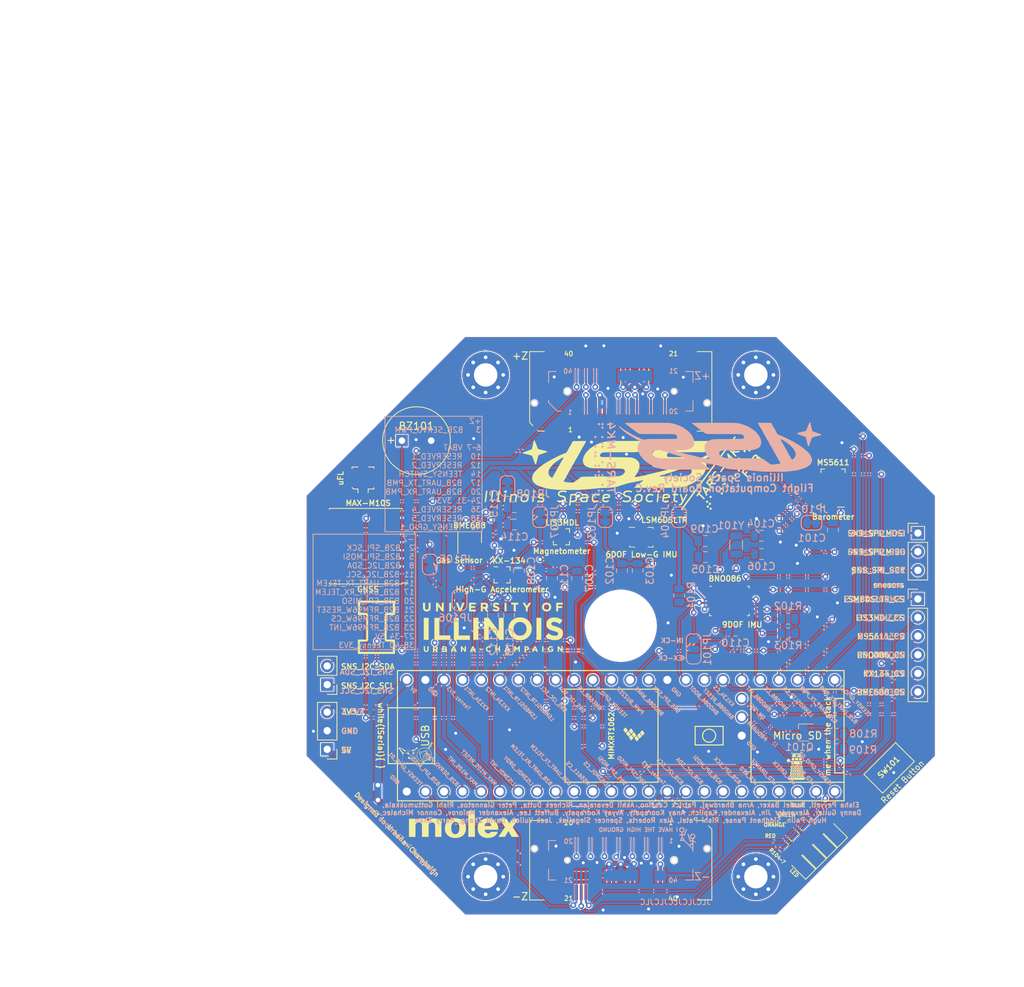
<source format=kicad_pcb>
(kicad_pcb (version 20211014) (generator pcbnew)
  (title_block (title "TARS MK4 Flight Computation Board") (date "2023-03-25") (rev "C") (company "Illinois Space Society") (comment 3 "Buffett Lee") (comment 4 "Contributors: Peter Giannetos, Eisha Peyyeti, Danny Guller, Rishi Patel, Siddhant Panse, "))
  (layers (0 "F.Cu" signal) (31 "B.Cu" signal) (34 "B.Paste" user) (35 "F.Paste" user) (36 "B.SilkS" user "B.Silkscreen") (37 "F.SilkS" user "F.Silkscreen") (38 "B.Mask" user) (39 "F.Mask" user) (44 "Edge.Cuts" user))
  (net 0 "")
  (net 1 "Net-(C101-Pad2)")
  (net 2 "Net-(C102-Pad2)")
  (net 3 "Net-(C104-Pad1)")
  (net 4 "Net-(C105-Pad1)")
  (net 5 "Net-(C106-Pad1)")
  (net 6 "Net-(C107-Pad2)")
  (net 7 "Net-(C108-Pad2)")
  (net 8 "Net-(C110-Pad1)")
  (net 9 "Net-(C112-Pad1)")
  (net 10 "Net-(D101-Pad2)")
  (net 11 "Net-(D102-Pad2)")
  (net 12 "Net-(D103-Pad2)")
  (net 13 "Net-(D104-Pad2)")
  (net 14 "Net-(C114-Pad1)")
  (net 15 "/RESERVED_2")
  (net 16 "/RESERVED_1")
  (net 17 "/RESERVED_4")
  (net 18 "/VBAT")
  (net 19 "/RESERVED_3")
  (net 20 "/3V3")
  (net 21 "/TEENSY_GPIO_1")
  (net 22 "/B2B_RFM96W_RESET")
  (net 23 "/B2B_RFM96W_CS")
  (net 24 "Net-(JP101-Pad2)")
  (net 25 "Net-(JP105-Pad2)")
  (net 26 "Net-(R102-Pad1)")
  (net 27 "Net-(R103-Pad1)")
  (net 36 "/B2B_UART_RX_TELEM")
  (net 37 "/B2B_UART_TX_TELEM")
  (net 38 "GND")
  (net 39 "/BNO086_BOOT")
  (net 40 "/SNS_SPI_SCK")
  (net 41 "/SNS_SPI_MISO")
  (net 42 "/BNO086_RESET")
  (net 43 "/BNO086_INT")
  (net 44 "/BNO086_CS")
  (net 45 "/SNS_SPI_MOSI")
  (net 46 "/5V")
  (net 47 "/B2B_I2C_SCL")
  (net 48 "/B2B_I2C_SDA")
  (net 49 "/PWM_BUZZER")
  (net 50 "/MS5611_CS")
  (net 51 "/B2B_SPI_MISO")
  (net 52 "/LSM6DSLTR_CS")
  (net 53 "/MAX-M10S_INT")
  (net 54 "/LED_BLUE")
  (net 55 "/LED_GREEN")
  (net 56 "/LED_ORANGE")
  (net 57 "/SNS_I2C_SCL")
  (net 58 "/LED_RED")
  (net 59 "/B2B_SPI_SCK")
  (net 60 "/B2B_SPI_MOSI")
  (net 61 "/SNS_I2C_SDA")
  (net 62 "/LSM6DSLTR_INT1")
  (net 63 "/LSM6DSLTR_INT2")
  (net 64 "/LIS3MDL_DRDY")
  (net 65 "/LIS3MDL_INT")
  (net 66 "/LIS3MDL_CS")
  (net 67 "/MAX-M10S_RESET")
  (net 68 "/KX134_CS")
  (net 69 "/KX134_INT1")
  (net 70 "/KX134_INT2")
  (net 71 "/B2B_SERVO_PWM")
  (net 72 "/Teensy_3V3")
  (net 73 "/BNO086_WAKE")
  (net 74 "/B2B_UART_TX_PMB")
  (net 75 "/B2B_UART_RX_PMB")
  (net 76 "/PROGRAM")
  (net 77 "Net-(J101-Pad1)")
  (net 78 "/TEENSY_ON{slash}OFF")
  (net 79 "Net-(Q101-Pad1)")
  (net 80 "/TEENSY_SWITCH")
  (net 81 "/BME688_CS")
  (net 82 "/B2B_RFM96W_INT")
  (footprint "Resistor_SMD:R_0805_2012Metric" (layer "F.Cu") (at 123.683839 128.733839 -45)
    (fp_text reference "R105" hide)
    (fp_text value "470")
  )
  (footprint "Package_LGA:LGA-12_2x2mm_P0.5mm" (layer "F.Cu") (at 83.805 93.045)
    (fp_text reference "U106" hide)
    (fp_text value "KX134-1211")
  )
  (footprint "Connector_PinHeader_2.54mm:PinHeader_1x06_P2.54mm_Vertical" (layer "F.Cu") (at 140.56 96.33)
    (fp_text reference "J108" hide)
    (fp_text value "Conn_01x06")
  )
  (footprint "Button_Switch_SMD:SW_SPST_FSMSM" (layer "F.Cu") (at 136.635 119.395 45)
    (fp_text reference "SW101")
    (fp_text value "FSMSM Switch")
  )
  (footprint "memes:pig" (layer "F.Cu") (at 73.35 117.36 15)
    (fp_text reference "G***" hide)
    (fp_text value "LOGO" hide)
  )
  (footprint "Package_LGA:LGA-8_3x5mm_P1.25mm" (layer "F.Cu") (at 128.975 81.2 180)
    (fp_text reference "U101" hide)
    (fp_text value "MS5611-01BA03")
  )
  (footprint "Logos_ISS:MOLEX" (layer "F.Cu") (at 78.59 127.11)
    (fp_text reference "G***" hide)
    (fp_text value "LOGO" hide)
  )
  (footprint "Connector_Coaxial:U.FL_Molex_MCRF_73412-0110_Vertical" (layer "F.Cu") (at 64.825 79.825)
    (fp_text reference "J101" hide)
    (fp_text value "U.FL")
  )
  (footprint "Resistor_SMD:R_0805_2012Metric" (layer "F.Cu") (at 122.233839 130.208839 -45)
    (fp_text reference "R104" hide)
    (fp_text value "470")
  )
  (footprint "Resistor_SMD:R_0805_2012Metric" (layer "F.Cu") (at 125.133839 127.308839 -45)
    (fp_text reference "R106" hide)
    (fp_text value "470")
  )
  (footprint "Connector_Molex_BTB:Molex_SlimStack_Receptacle_2091680401_2x20_P0.635mm" (layer "F.Cu") (at 100 68 180)
    (fp_text reference "J102" hide)
    (fp_text value "Molex_SlimStack_2091680401_2x20_P0.635mm")
    (fp_circle (center -11.78 -1.58) (end -11.38 -1.58) (layer "Edge.Cuts") (width 0.12) (fill none))
    (fp_circle (center 11.78 -1.58) (end 12.18 -1.58) (layer "Edge.Cuts") (width 0.12) (fill none))
  )
  (footprint "memes:floppa" (layer "F.Cu") (at 70.927809 117.59 -5)
    (fp_text reference "G***" hide)
    (fp_text value "LOGO" hide)
  )
  (footprint "RF_GPS:ublox_MAX" (layer "F.Cu") (at 65.195 89.135 180)
    (fp_text reference "U103" hide)
    (fp_text value "MAX-M10S")
  )
  (footprint "Logos_ISS:ISS_LOGO_extreme small" (layer "F.Cu") (at 100 78.146764)
    (fp_text reference "G***" hide)
    (fp_text value "LOGO" hide)
  )
  (footprint "LED_SMD:LED_0805_2012Metric" (layer "F.Cu") (at 127.633839 129.833839 135)
    (fp_text reference "D103" hide)
    (fp_text value "GREEN LED")
  )
  (footprint "LED_SMD:LED_0805_2012Metric" (layer "F.Cu") (at 129.083839 128.383839 135)
    (fp_text reference "D104" hide)
    (fp_text value "BLUE LED")
  )
  (footprint "Resistor_SMD:R_0805_2012Metric" (layer "F.Cu") (at 126.583839 125.858839 -45)
    (fp_text reference "R107" hide)
    (fp_text value "470")
  )
  (footprint "Connector_Molex_BTB:Molex_SlimStack_Receptacle_2091680401_2x20_P0.635mm" (layer "F.Cu") (at 100 132)
    (fp_text reference "J103" hide)
    (fp_text value "Molex_SlimStack_2091680401_2x20_P0.635mm")
    (fp_circle (center 11.78 -1.58) (end 12.18 -1.58) (layer "Edge.Cuts") (width 0.12) (fill none))
    (fp_circle (center -11.78 -1.58) (end -11.38 -1.58) (layer "Edge.Cuts") (width 0.12) (fill none))
  )
  (footprint "Package_LGA:LGA-28_5.2x3.8mm_P0.5mm" (layer "F.Cu") (at 114.835 96.615)
    (fp_text reference "U104" hide)
    (fp_text value "BNO086")
  )
  (footprint "memes:UIUC" (layer "F.Cu") (at 78.11 100.2)
    (fp_text reference "G***" hide)
    (fp_text value "LOGO" hide)
  )
  (footprint "MCU_Teensy:Teensy41" (layer "F.Cu") (at 100 115)
    (fp_text reference "U107" hide)
    (fp_text value "Teensy4.1")
  )
  (footprint "memes:dalec" (layer "F.Cu") (at 123.895 119.135)
    (fp_text reference "G***" hide)
    (fp_text value "LOGO" hide)
  )
  (footprint "LED_SMD:LED_0805_2012Metric" (layer "F.Cu") (at 124.733839 132.733839 135)
    (fp_text reference "D101" hide)
    (fp_text value "RED LED")
  )
  (footprint "LED_SMD:LED_0805_2012Metric" (layer "F.Cu") (at 126.183839 131.283839 135)
    (fp_text reference "D102" hide)
    (fp_text value "ORANGE LED")
  )
  (footprint "Connector_PinHeader_2.54mm:PinHeader_1x03_P2.54mm_Vertical" (layer "F.Cu") (at 59.928 116.859 180)
    (fp_text reference "J109" hide)
    (fp_text value "Conn_01x03")
  )
  (footprint "Connector_PinHeader_2.54mm:PinHeader_1x03_P2.54mm_Vertical" (layer "F.Cu") (at 140.56 87.34)
    (fp_text reference "J106" hide)
    (fp_text value "Conn_01x03")
  )
  (footprint "Package_LGA:LGA-12_2x2mm_P0.5mm" (layer "F.Cu") (at 91.9 87.85)
    (fp_text reference "U105" hide)
    (fp_text value "LIS3MDL")
  )
  (footprint "Package_LGA:Bosch_LGA-8_3x3mm_P0.8mm_ClockwisePinNumbering" (layer "F.Cu") (at 79.38 88.64 180)
    (fp_text reference "U108" hide)
    (fp_text value "BME688")
  )
  (footprint "Package_LGA:Bosch_LGA-14_3x2.5mm_P0.5mm" (layer "F.Cu") (at 102.82 87.91)
    (fp_text reference "U102" hide)
    (fp_text value "LSM6DSLTR")
  )
  (footprint "memes:MK4 braille" (layer "F.Cu") (at 114.72 79.91 53.4)
    (fp_text reference "G***" hide)
    (fp_text value "LOGO" hide)
  )
  (footprint "Connector_PinHeader_2.54mm:PinHeader_1x02_P2.54mm_Vertical" (layer "F.Cu") (at 59.928 108.026 180)
    (fp_text reference "J107" hide)
    (fp_text value "Conn_01x02")
  )
  (footprint "Buzzer_Beeper:MagneticBuzzer_PUI_AT-0927-TT-6-R" (layer "F.Cu") (at 70.125 74.725)
    (fp_text reference "BZ101")
    (fp_text value "Buzzer")
  )
  (footprint "Capacitor_SMD:C_0805_2012Metric" (layer "B.Cu") (at 119.205 87.705)
    (fp_text reference "C104")
    (fp_text value "22pF")
  )
  (footprint "Jumper:SolderJumper-2_P1.3mm_Bridged_RoundedPad1.0x1.5mm" (layer "B.Cu") (at 84.53 80.93 -90)
    (fp_text reference "JP108")
    (fp_text value "Jumper_NC_Small")
  )
  (footprint "Capacitor_SMD:C_0805_2012Metric" (layer "B.Cu") (at 85.48 86.17)
    (fp_text reference "C114")
    (fp_text value "0.1uF")
  )
  (footprint "Jumper:SolderJumper-2_P1.3mm_Bridged_RoundedPad1.0x1.5mm" (layer "B.Cu") (at 73.93 91.63 90)
    (fp_text reference "JP105")
    (fp_text value "Jumper_NC_Small")
  )
  (footprint "Resistor_SMD:R_0805_2012Metric" (layer "B.Cu") (at 129.47 116.84 180)
    (fp_text reference "R108")
    (fp_text value "100K")
  )
  (footprint "Jumper:SolderJumper-2_P1.3mm_Bridged_RoundedPad1.0x1.5mm" (layer "B.Cu") (at 126.04 85.94)
    (fp_text reference "JP102")
    (fp_text value "Jumper_NC_Small")
  )
  (footprint "Capacitor_SMD:C_0805_2012Metric" (layer "B.Cu") (at 85.48 83.8 180)
    (fp_text reference "C115")
    (fp_text value "0.1uF")
  )
  (footprint "Capacitor_SMD:C_0805_2012Metric" (layer "B.Cu") (at 94.035 93.505 90)
    (fp_text reference "C107")
    (fp_text value "1uF")
  )
  (footprint "Capacitor_SMD:C_0805_2012Metric" (layer "B.Cu") (at 119.205 90.205)
    (fp_text reference "C106")
    (fp_text value "22pF")
  )
  (footprint "Jumper:SolderJumper-3_P1.3mm_Open_RoundedPad1.0x1.5mm" (layer "B.Cu") (at 109.955 103.165 90)
    (fp_text reference "JP101")
    (fp_text value "SolderJumper_3_Open")
  )
  (footprint "Resistor_SMD:R_0805_2012Metric" (layer "B.Cu") (at 122.855 101.025)
    (fp_text reference "R103")
    (fp_text value "2.2k")
  )
  (footprint "Capacitor_SMD:C_0805_2012Metric" (layer "B.Cu") (at 84.77 98.545 90)
    (fp_text reference "C113")
    (fp_text value "0.1uF")
  )
  (footprint "Capacitor_SMD:C_0805_2012Metric" (layer "B.Cu") (at 111.545 88.425)
    (fp_text reference "C109")
    (fp_text value "0.1uF")
  )
  (footprint "Package_TO_SOT_SMD:SOT-323_SC-70" (layer "B.Cu") (at 124.98 114.57 180)
    (fp_text reference "Q101")
    (fp_text value "SSM3K16FU")
  )
  (footprint "Capacitor_SMD:C_0805_2012Metric" (layer "B.Cu") (at 90.615 93.505 90)
    (fp_text reference "C111")
    (fp_text value "100nF")
  )
  (footprint "Jumper:SolderJumper-2_P1.3mm_Bridged_RoundedPad1.0x1.5mm" (layer "B.Cu") (at 88.99 85.17 -90)
    (fp_text reference "JP107")
    (fp_text value "Jumper_2_Bridged")
  )
  (footprint "Capacitor_SMD:C_0805_2012Metric" (layer "B.Cu") (at 128.965 86.89 90)
    (fp_text reference "C101")
    (fp_text value "0.1uF")
  )
  (footprint "MountingHole:MountingHole_3.2mm_M3_Pad_Via" (layer "B.Cu") (at 118.442536 134.247282 180)
    (fp_text reference "REF**" hide)
    (fp_text value "MountingHole_3.2mm_M3_Pad_Via")
  )
  (footprint "MountingHole:MountingHole_3.2mm_M3_Pad_Via" (layer "B.Cu") (at 81.557464 134.247282 180)
    (fp_text reference "REF**" hide)
    (fp_text value "MountingHole_3.2mm_M3_Pad_Via")
  )
  (footprint "Connector_Molex_BTB:Molex_SlimStack_Plug_536270474_2x20_P0.365mm" (layer "B.Cu") (at 100 67.99)
    (fp_text reference "J104" hide)
    (fp_text value "Molex_SlimStack_Plug_2x20_P0.365mm")
    (fp_circle (center 7.285 0) (end 7.635 0) (layer "Edge.Cuts") (width 0.1) (fill none))
    (fp_circle (center -7.285 0) (end -6.835 0) (layer "Edge.Cuts") (width 0.1) (fill none))
  )
  (footprint "Resistor_SMD:R_0805_2012Metric" (layer "B.Cu") (at 107.975 95.865 90)
    (fp_text reference "R101")
    (fp_text value "10k")
  )
  (footprint "Logos_ISS:ISS_LOGO_extreme small" (layer "B.Cu") (at 114.005 75.665 180)
    (fp_text reference "G***" hide)
    (fp_text value "LOGO" hide)
  )
  (footprint "MountingHole:MountingHole_3.2mm_M3_Pad_Via" (layer "B.Cu") (at 81.557464 65.752718 180)
    (fp_text reference "REF**" hide)
    (fp_text value "MountingHole_3.2mm_M3_Pad_Via")
  )
  (footprint "Resistor_SMD:R_0805_2012Metric" (layer "B.Cu") (at 129.47 114.74)
    (fp_text reference "R109")
    (fp_text value "100")
  )
  (footprint "Resistor_SMD:R_0805_2012Metric" (layer "B.Cu") (at 122.855 99.035)
    (fp_text reference "R102")
    (fp_text value "2.2k")
  )
  (footprint "MountingHole:MountingHole_3.2mm_M3_Pad_Via" (layer "B.Cu") (at 118.442536 65.752718 180)
    (fp_text reference "REF**" hide)
    (fp_text value "MountingHole_3.2mm_M3_Pad_Via")
  )
  (footprint "Capacitor_SMD:C_0805_2012Metric" (layer "B.Cu") (at 111.545 90.615)
    (fp_text reference "C105")
    (fp_text value "0.1uF")
  )
  (footprint "memes:MK4 braille" (layer "B.Cu") (at 97.010868 77.272912 90)
    (fp_text reference "G***" hide)
    (fp_text value "LOGO" hide)
  )
  (footprint "Connector_Molex_BTB:Molex_SlimStack_Plug_536270474_2x20_P0.365mm" (layer "B.Cu") (at 100 132 180)
    (fp_text reference "J105" hide)
    (fp_text value "Molex_SlimStack_Plug_2x20_P0.365mm")
    (fp_circle (center -7.285 0) (end -6.835 0) (layer "Edge.Cuts") (width 0.1) (fill none))
    (fp_circle (center 7.285 0) (end 7.635 0) (layer "Edge.Cuts") (width 0.1) (fill none))
  )
  (footprint "Jumper:SolderJumper-2_P1.3mm_Bridged_RoundedPad1.0x1.5mm" (layer "B.Cu") (at 107.96 85.17 90)
    (fp_text reference "JP104")
    (fp_text value "Jumper_2_Bridged")
  )
  (footprint "Capacitor_SMD:C_0805_2012Metric" (layer "B.Cu") (at 102.315 92.465 90)
    (fp_text reference "C103")
    (fp_text value "0.1uF")
  )
  (footprint "Crystal:Crystal_SMD_3215-2Pin_3.2x1.5mm" (layer "B.Cu") (at 115.755 88.955 90)
    (fp_text reference "Y101")
    (fp_text value "32.768kHz")
  )
  (footprint "Capacitor_SMD:C_0805_2012Metric" (layer "B.Cu") (at 100.165 92.465 90)
    (fp_text reference "C102")
    (fp_text value "0.1uF")
  )
  (footprint "Jumper:SolderJumper-2_P1.3mm_Bridged_RoundedPad1.0x1.5mm" (layer "B.Cu") (at 77.99 96.51 90)
    (fp_text reference "JP106")
    (fp_text value "Jumper_NC_Small")
  )
  (footprint "Capacitor_SMD:C_0805_2012Metric" (layer "B.Cu") (at 82.56 98.545 -90)
    (fp_text reference "C112")
    (fp_text value "0.1uF")
  )
  (footprint "Capacitor_SMD:C_0805_2012Metric" (layer "B.Cu") (at 86.105 92.485 90)
    (fp_text reference "C108")
    (fp_text value "100nF")
  )
  (footprint "Jumper:SolderJumper-2_P1.3mm_Bridged_RoundedPad1.0x1.5mm" (layer "B.Cu") (at 97.87 85.17 -90)
    (fp_text reference "JP103")
    (fp_text value "Jumper_2_Bridged")
  )
  (footprint "Capacitor_SMD:C_0805_2012Metric" (layer "B.Cu") (at 115.675 100.655)
    (fp_text reference "C110")
    (fp_text value "0.1uF")
  )
  (gr_line (start 109.82 129.74) (end 109.51 129.83) (layer "B.SilkS") (width 0.15))
  (gr_line (start 108.37 128.88) (end 108.36 128.22) (layer "B.SilkS") (width 0.15))
  (gr_line (start 109.82 129.33) (end 109.52 129.42) (layer "B.SilkS") (width 0.15))
  (gr_line (start 108.38 128.91) (end 108.62 129.21) (layer "B.SilkS") (width 0.15))
  (gr_line (start 108.37 128.9) (end 108.19 129.25) (layer "B.SilkS") (width 0.15))
  (gr_circle (center 109.819312 128.74) (end 110.009312 128.96) (layer "B.SilkS") (width 0.15) (fill none))
  (gr_line (start 109.86 130.34) (end 109.82 129.74) (layer "B.SilkS") (width 0.15))
  (gr_line (start 108.65 128.59) (end 108.99 127.8) (layer "B.SilkS") (width 0.15))
  (gr_line (start 81.067 71.403) (end 67.817 71.403) (layer "B.SilkS") (width 0.12))
  (gr_circle (center 108.34 127.850688) (end 108.53 128.070688) (layer "B.SilkS") (width 0.15) (fill none))
  (gr_line (start 81.067 71.403) (end 81.067 87.163) (layer "B.SilkS") (width 0.12))
  (gr_line (start 108.4 128.46) (end 108.64 128.56) (layer "B.SilkS") (width 0.15))
  (gr_line (start 58.007 103.255) (end 71.957 103.255) (layer "B.SilkS") (width 0.12))
  (gr_line (start 108.34 128.47) (end 108.04 128.56) (layer "B.SilkS") (width 0.15))
  (gr_line (start 67.817 71.403) (end 67.817 87.163) (layer "B.SilkS") (width 0.12))
  (gr_line (start 109.52 129.42) (end 109.18 128.46) (layer "B.SilkS") (width 0.15))
  (gr_line (start 58.007 87.495) (end 58.007 103.255) (layer "B.SilkS") (width 0.12))
  (gr_line (start 109.51 129.83) (end 109.43 129.96) (layer "B.SilkS") (width 0.15))
  (gr_line (start 109.83 129.72) (end 109.83 129.09) (layer "B.SilkS") (width 0.15))
  (gr_line (start 67.817 87.163) (end 81.067 87.163) (layer "B.SilkS") (width 0.12))
  (gr_line (start 71.957 87.495) (end 58.007 87.495) (layer "B.SilkS") (width 0.12))
  (gr_line (start 109.89 129.36) (end 110.14 129.52) (layer "B.SilkS") (width 0.15))
  (gr_line (start 71.957 87.495) (end 71.957 103.255) (layer "B.SilkS") (width 0.12))
  (gr_line (start 115.59875 74.235) (end 108.32 84.1) (layer "F.SilkS") (width 0.2))
  (gr_line locked (start 78.712663 60.47) (end 57.011885 82.19374) (layer "Edge.Cuts") (width 0.01))
  (gr_circle locked (center 100 100) (end 104.8125 100) (layer "Edge.Cuts") (width 0.01) (fill none))
  (gr_line locked (start 121.287337 139.53) (end 142.988115 117.80626) (layer "Edge.Cuts") (width 0.01))
  (gr_line locked (start 121.287337 139.53) (end 78.712663 139.53) (layer "Edge.Cuts") (width 0.01))
  (gr_line locked (start 142.988115 82.19374) (end 121.287337 60.47) (layer "Edge.Cuts") (width 0.01))
  (gr_line locked (start 142.988115 117.80626) (end 142.988115 82.19374) (layer "Edge.Cuts") (width 0.01))
  (gr_line locked (start 57.011885 82.19374) (end 57.011885 117.80626) (layer "Edge.Cuts") (width 0.01))
  (gr_line locked (start 57.011885 117.80626) (end 78.712663 139.53) (layer "Edge.Cuts") (width 0.01))
  (gr_line locked (start 121.287337 60.47) (end 78.712663 60.47) (layer "Edge.Cuts") (width 0.01))
  (gr_text "SNS_I2C_SDA" (at 65.302143 106.31) (layer "B.SilkS") (effects (font (size 0.75 0.75)) (justify mirror)))
  (gr_text "Eisha Peyyeti, Daniel Baker, Arna Bhardwaj, Patrick Cassino, Akhil Devarajan, Richeek Dutta, Peter Giannetos, Rishi Gottumukkala,\nDanny Guller, Alexander Jin, Alexander Kaplich, Anay Koorapaty, Avyay Koorapaty, Buffett Lee, Alexander Maiorov, Connor Michalec,\nHugh Palin, Siddhant Panse, Rishi Patel, Alex Roberts, Spencer Siegellak, Jack Vulich, David Zhang, Harry Zhao" (at 100 125.5) (layer "B.SilkS") (effects (font (size 0.65 0.65)) (justify mirror)))
  (gr_text "B2B_I2C_SDA" (at 109.395 119.835 -45) (layer "B.SilkS") (effects (font (size 0.5 0.5) (thickness 0.12)) (justify mirror)))
  (gr_text "MAX_M10S_INT" (at 78.435 119.835 -45) (layer "B.SilkS") (effects (font (size 0.5 0.5) (thickness 0.12)) (justify mirror)))
  (gr_text "ON/OFF" (at 118.55 111.64 -45) (layer "B.SilkS") (effects (font (size 0.5 0.5) (thickness 0.12)) (justify mirror)))
  (gr_text "KX134_CS" (at 136.039286 106.53) (layer "B.SilkS") (effects (font (size 0.75 0.75)) (justify mirror)))
  (gr_text "LIS3MDL_DRDY" (at 86.045 119.815 -45) (layer "B.SilkS") (effects (font (size 0.5 0.5) (thickness 0.12)) (justify mirror)))
  (gr_text "I HAVE THE HIGH GROUND" (at 102.41 127.84) (layer "B.SilkS") (effects (font (size 0.55 0.55) (thickness 0.12)) (justify mirror)))
  (gr_text "EX-CK" (at 106.758333 104.41) (layer "B.SilkS") (effects (font (size 0.65 0.65)) (justify mirror)))
  (gr_text "snesors" (at 136.58 94.41) (layer "B.SilkS") (effects (font (size 0.65 0.65)) (justify mirror)))
  (gr_text "-Z\n2  B2B_SPI_SCK\n5  B2B_SPI_MOSI\n8  B2B_I2C_SDA\n11 B2B_I2C_SCL\n14 B2B_UART_TX_TELEM\n17 B2B_UART_RX_TELEM\n20 B2B_SPI_MISO\n21 B2B_RFM96W_RESET\n22 B2B_RFM96W_CS\n23 B2B_RFM96W_INT\n27~34 5V\n38~40 Teensy_3V3" (at 71.887 95.405) (layer "B.SilkS") (effects (font (size 0.75 0.75) (thickness 0.11)) (justify left mirror)))
  (gr_text "SNS_SPI_MISO" (at 101.485 119.755 -45) (layer "B.SilkS") (effects (font (size 0.5 0.5) (thickness 0.12)) (justify mirror)))
  (gr_text "B2B_UART_TX_TELEM" (at 90.455 118.985 -45) (layer "B.SilkS") (effects (font (size 0.5 0.5) (thickness 0.12)) (justify mirror)))
  (gr_text "LIS3MDL_CS" (at 135.539286 98.91) (layer "B.SilkS") (effects (font (size 0.75 0.75)) (justify mirror)))
  (gr_text "BME688_CS" (at 135.63 109.07) (layer "B.SilkS") (effects (font (size 0.75 0.75)) (justify mirror)))
  (gr_text "LSM6DSLTR_CS" (at 134.7 96.37) (layer "B.SilkS") (effects (font (size 0.75 0.75)) (justify mirror)))
  (gr_text "Teensy_3V3" (at 77.875 109.915 -45) (layer "B.SilkS") (effects (font (size 0.5 0.5) (thickness 0.1)) (justify mirror)))
  (gr_text "MAX_M10S_RESET" (at 80.625 119.365 -45) (layer "B.SilkS") (effects (font (size 0.5 0.5) (thickness 0.12)) (justify mirror)))
  (gr_text "KX134_INT1" (at 80.325 109.935 -45) (layer "B.SilkS") (effects (font (size 0.5 0.5) (thickness 0.12)) (justify mirror)))
  (gr_text "GND" (at 69.155 121.015 -45) (layer "B.SilkS") (effects (font (size 0.5 0.5) (thickness 0.12)) (justify mirror)))
  (gr_text "LSM6DSLTR_INT2" (at 88.595 110.705 -45) (layer "B.SilkS") (effects (font (size 0.5 0.5) (thickness 0.12)) (justify mirror)))
  (gr_text "40" (at 92.79 65.25) (layer "B.SilkS") (effects (font (size 0.65 0.65) (thickness 0.12)) (justify mirror)))
  (gr_text "B2B_UART_RX_PMB" (at 129.735 110.785 -45) (layer "B.SilkS") (effects (font (size 0.5 0.5) (thickness 0.12)) (justify mirror)))
  (gr_text "MS5611_CS" (at 135.628572 101.45) (layer "B.SilkS") (effects (font (size 0.75 0.75)) (justify mirror)))
  (gr_text "MS5611_CS" (at 94.145 120.145 -45) (layer "B.SilkS") (effects (font (size 0.5 0.5) (thickness 0.12)) (justify mirror)))
  (gr_text "B2B_SPI_MISO" (at 73.365 119.875 -45) (layer "B.SilkS") (effects (font (size 0.5 0.5) (thickness 0.12)) (justify mirror)))
  (gr_text "Teensy_3V3" (at 104.485 120.085 -45) (layer "B.SilkS") (effects (font (size 0.5 0.5) (thickness 0.12)) (justify mirror)))
  (gr_text "PWM_BUZZER" (at 101.265 110.235 -45) (layer "B.SilkS") (effects (font (size 0.5 0.5) (thickness 0.12)) (justify mirror)))
  (gr_text "-Z" (at 111.13 134.23) (layer "B.SilkS") (effects (font (size 1 1)) (justify mirror)))
  (gr_text "B2B_SPI_SCK" (at 114.545 119.755 -45) (layer "B.SilkS") (effects (font (size 0.5 0.5) (thickness 0.12)) (justify mirror)))
  (gr_text "1" (at 93.06 70.84) (layer "B.SilkS") (effects (font (size 0.65 0.65) (thickness 0.12)) (justify mirror)))
  (gr_text "1" (at 106.85 129.34) (layer "B.SilkS") (effects (font (size 0.65 0.65) (thickness 0.12)) (justify mirror)))
  (gr_text "21" (at 107.18 65.22) (layer "B.SilkS") (effects (font (size 0.65 0.65) (thickness 0.12)) (justify mirror)))
  (gr_text "SNS_SPI_MOSI" (at 98.835 119.785 -45) (layer "B.SilkS") (effects (font (size 0.5 0.5) (thickness 0.12)) (justify mirror)))
  (gr_text "LSM6DSLTR_CS" (at 124.195 110.355 -45) (layer "B.SilkS") (effects (font (size 0.5 0.5) (thickness 0.12)) (justify mirror)))
  (gr_text "BNO086_WAKE" (at 103.855 110.295 -45) (layer "B.SilkS") (effects (font (size 0.5 0.5) (thickness 0.12)) (justify mirror)))
  (gr_text "SNS_SPI_MISO" (at 134.91 89.93) (layer "B.SilkS") (effects (font (size 0.75 0.75)) (justify mirror)))
  (gr_text "20" (at 107.2 70.74) (layer "B.SilkS") (effects (font (size 0.65 0.65) (thickness 0.12)) (justify mirror)))
  (gr_text "+Z\n3   B2B_SERVO_PWM\n\n6~7 VBAT\n10  RESERVED_1\n12  RESERVED_2\n14  TEENSY_SWITCH\n17  B2B_UART_TX_PMB\n20  B2B_UART_RX_PMB\n24~31 3V3\n36  RESERVED_4\n38  RESERVED_5\n40  TEENSY_GPIO_1" (at 81.012 79.293) (layer "B.SilkS") (effects (font (size 0.75 0.75) (thickness 0.11)) (justify left mirror)))
  (gr_text "GND" (at 74.365 109.015 -45) (layer "B.SilkS") (effects (font (size 0.5 0.5) (thickness 0.12)) (justify mirror)))
  (gr_text "BNO086_INT" (at 118.825 109.995 -45) (layer "B.SilkS") (effects (font (size 0.5 0.5) (thickness 0.12)) (justify mirror)))
  (gr_text "TEENSY_GPIO_3" (at 131.995 110.245 -45) (layer "B.SilkS") (effects (font (size 0.5 0.5) (thickness 0.12)) (justify mirror)))
  (gr_text "GND" (at 117.835 116.375 -45) (layer "B.SilkS") (effects (font (size 0.5 0.5) (thickness 0.12)) (justify mirror)))
  (gr_text "5V" (at 71.715 108.785 -45) (layer "B.SilkS") (effects (font (size 0.5 0.5) (thickness 0.12)) (justify mirror)))
  (gr_text "LED_GREEN" (at 122.325 120.065 -45) (layer "B.SilkS") (effects (font (size 0.5 0.5) (thickness 0.12)) (justify mirror)))
  (gr_text "B2B_SERVO_PWM" (at 75.535 119.555 -45) (layer "B.SilkS") (effects (font (size 0.5 0.5) (thickness 0.12)) (justify mirror)))
  (gr_text "KX134_CS" (at 114.06 109.57 -45) (layer "B.SilkS") (effects (font (size 0.5 0.5) (thickness 0.12)) (justify mirror)))
  (gr_text "SNS_SPI_SCK" (at 135.16 92.43) (layer "B.SilkS") (effects (font (size 0.75 0.75)) (justify mirror)))
  (gr_text "GND" (at 63.005714 114.365) (layer "B.SilkS") (effects (font (size 0.75 0.75)) (justify mirror)))
  (gr_text "B2B_I2C_SCL" (at 106.735 119.875 -45) (layer "B.SilkS") (effects (font (size 0.5 0.5) (thickness 0.12)) (justify mirror)))
  (gr_text "Illinois Space Society" (at 114.005 79.775) (layer "B.SilkS") (effects (font (size 1 1) (thickness 0.2)) (justify mirror)))
  (gr_text "BNO086_CS" (at 135.610715 103.99) (layer "B.SilkS") (effects (font (size 0.75 0.75)) (justify mirror)))
  (gr_text "LSM6DSLTR_INT1" (at 86.265 110.485 -45) (layer "B.SilkS") (effects (font (size 0.5 0.5) (thickness 0.12)) (justify mirror)))
  (gr_text "BNO086_RESET" (at 113.345 110.675 -45) (layer "B.SilkS") (effects (font (size 0.5 0.5) (thickness 0.12)) (justify mirror)))
  (gr_text "+Z" (at 111.13 65.87) (layer "B.SilkS") (effects (font (size 1 1)) (justify mirror)))
  (gr_text "SNS_I2C_SDA" (at 93.355 110.085 -45) (layer "B.SilkS") (effects (font (size 0.5 0.5) (thickness 0.12)) (justify mirror)))
  (gr_text "BME688_CS" (at 95.77 109.87 -45) (layer "B.SilkS") (effects (font (size 0.5 0.5) (thickness 0.12)) (justify mirror)))
  (gr_text "LED_BLUE" (at 125.065 120.275 -45) (layer "B.SilkS") (effects (font (size 0.5 0.5) (thickness 0.12)) (justify mirror)))
  (gr_text "5V" (at 62.541428 116.99) (layer "B.SilkS") (effects (font (size 0.75 0.75)) (justify mirror)))
  (gr_text "LIS3MDL_INT" (at 83.865 120.085 -45) (layer "B.SilkS") (effects (font (size 0.5 0.5) (thickness 0.12)) (justify mirror)))
  (gr_text "BNO086_BOOT" (at 111.365 110.195 -45) (layer "B.SilkS") (effects (font (size 0.5 0.5) (thickness 0.12)) (justify mirror)))
  (gr_text "40" (at 107.15 134.74) (layer "B.SilkS") (effects (font (size 0.65 0.65) (thickness 0.12)) (justify mirror)))
  (gr_text "SNS_SPI_SCK" (at 106.235 110.075 -45) (layer "B.SilkS") (effects (font (size 0.5 0.5) (thickness 0.12)) (justify mirror)))
  (gr_text "KX134_INT2" (at 83.215 110.015 -45) (layer "B.SilkS") (effects (font (size 0.5 0.5) (thickness 0.12)) (justify mirror)))
  (gr_text "B2B_UART_TX_PMB" (at 127.005 110.805 -45) (layer "B.SilkS") (effects (font (size 0.5 0.5) (thickness 0.12)) (justify mirror)))
  (gr_text "TARS-MK4" (at 98.66 77.09 270) (layer "B.SilkS") (effects (font (size 1 1.25) (thickness 0.2) italic) (justify mirror)))
  (gr_text "Designed in Shampoo Banana" (at 69.44 128.48 -45) (layer "B.SilkS") (effects (font (size 0.65 0.65) (thickness 0.13)) (justify mirror)))
  (gr_text "IN-CK" (at 107.02 102.02) (layer "B.SilkS") (effects (font (size 0.65 0.65)) (justify mirror)))
  (gr_text "GND" (at 107.575 109.045 -45) (layer "B.SilkS") (effects (font (size 0.5 0.5) (thickness 0.12)) (justify mirror)))
  (gr_text "LED_RED" (at 117.445 120.455 -45) (layer "B.SilkS") (effects (font (size 0.5 0.5) (thickness 0.12)) (justify mirror)))
  (gr_text "TEENSY_GPIO_02" (at 126.575 119.525 -45) (layer "B.SilkS") (effects (font (size 0.5 0.5) (thickness 0.12)) (justify mirror)))
  (gr_text "21" (at 92.83 134.74) (layer "B.SilkS") (effects (font (size 0.65 0.65) (thickness 0.12)) (justify mirror)))
  (gr_text "SNS_SPI_MOSI" (at 134.91 87.39) (layer "B.SilkS") (effects (font (size 0.75 0.75)) (justify mirror)))
  (gr_text "B2B_UART_RX_TELEM" (at 87.805 118.985 -45) (layer "B.SilkS") (effects (font (size 0.5 0.5) (thickness 0.12)) (justify mirror)))
  (gr_text "LIS3MDL_CS" (at 96.585 120.185 -45) (layer "B.SilkS") (effects (font (size 0.5 0.5) (thickness 0.12)) (justify mirror)))
  (gr_text "3V3_T" (at 63.47 111.71) (layer "B.SilkS") (effects (font (size 0.75 0.75)) (justify mirror)))
  (gr_text "B2B_SPI_MOSI" (at 111.845 119.665 -45) (layer "B.SilkS") (effects (font (size 0.5 0.5) (thickness 0.12)) (justify mirror)))
  (gr_text "TEENSY_GPIO_4\n" (at 98.725 110.415 -45) (layer "B.SilkS") (effects (font (size 0.5 0.5) (thickness 0.12)) (justify mirror)))
  (gr_text "SNS_I2C_SCL" (at 90.815 109.995 -45) (layer "B.SilkS") (effects (font (size 0.5 0.5) (thickness 0.12)) (justify mirror)))
  (gr_text "BNO086_CS" (at 121.195 109.955 -45) (layer "B.SilkS") (effects (font (size 0.5 0.5) (thickness 0.12)) (justify mirror)))
  (gr_text "LED_ORANGE" (at 119.495 119.915 -45) (layer "B.SilkS") (effects (font (size 0.5 0.5) (thickness 0.12)) (justify mirror)))
  (gr_text "TEENSY_GPIO_01" (at 70.595 119.545 -45) (layer "B.SilkS") (effects (font (size 0.5 0.5) (thickness 0.12)) (justify mirror)))
  (gr_text "20\n" (at 92.86 129.42) (layer "B.SilkS") (effects (font (size 0.65 0.65) (thickness 0.12)) (justify mirror)))
  (gr_text "JLCJLCJLCJLCJLC" (at 107.44 137.71) (layer "B.SilkS") (effects (font (size 0.75 0.75) (thickness 0.12)) (justify mirror)))
  (gr_text "PROGRAM" (at 118.615 114.425 -45) (layer "B.SilkS") (effects (font (size 0.5 0.5) (thickness 0.12)) (justify mirror)))
  (gr_text "Flight Computation Board Rev.C" (at 114.149988 81.220005) (layer "B.SilkS") (effects (font (size 1 1) (thickness 0.2)) (justify mirror)))
  (gr_text "SNS_I2C_SCL" (at 65.3 108.86) (layer "B.SilkS") (effects (font (size 0.75 0.75)) (justify mirror)))
  (gr_text "MAX-M10S" (at 65.525 83.25) (layer "F.SilkS") (effects (font (size 0.75 0.75))))
  (gr_text "R104~7" (at 121.355 131.435 -45) (layer "F.SilkS") (effects (font (size 0.5 0.5) (thickness 0.12))))
  (gr_text "High-G Accelerometer" (at 83.81 95.03) (layer "F.SilkS") (effects (font (size 0.75 0.75))))
  (gr_text "Gas Sensor" (at 77.94 91.06) (layer "F.SilkS") (effects (font (size 0.75 0.75))))
  (gr_text "20" (at 92.89 126.89) (layer "F.SilkS") (effects (font (size 0.65 0.65) (thickness 0.12))))
  (gr_text "Reset Button" (at 138.475 121.3 45) (layer "F.SilkS") (effects (font (size 0.8 0.8) (thickness 0.12))))
  (gr_text "uFL" (at 61.75 79.875 90) (layer "F.SilkS") (effects (font (size 0.75 0.75))))
  (gr_text "BME688" (at 79.36 86.3) (layer "F.SilkS") (effects (font (size 0.75 0.75))))
  (gr_text "Designed in Urbana-Champaign" (at 69.43 128.49 -45) (layer "F.SilkS") (effects (font (size 0.65 0.65) (thickness 0.13))))
  (gr_text "6DOF Low-G IMU" (at 102.83 90.26) (layer "F.SilkS") (effects (font (size 0.75 0.75))))
  (gr_text "LIS3MDL" (at 91.99 85.92) (layer "F.SilkS") (effects (font (size 0.75 0.75))))
  (gr_text "MS5611_CS" (at 135.498572 101.46) (layer "F.SilkS") (effects (font (size 0.75 0.75))))
  (gr_text "SNS_SPI_SCK" (at 135.16 92.43) (layer "F.SilkS") (effects (font (size 0.75 0.75))))
  (gr_text "KX134_CS" (at 135.909286 106.54) (layer "F.SilkS") (effects (font (size 0.75 0.75))))
  (gr_text "MS5611" (at 129 77.71) (layer "F.SilkS") (effects (font (size 0.75 0.75))))
  (gr_text "ORANGE" (at 121.005 127.175) (layer "F.SilkS") (effects (font (size 0.5 0.5) (thickness 0.12))))
  (gr_text "40" (at 92.88 62.87) (layer "F.SilkS") (effects (font (size 0.65 0.65) (thickness 0.12))))
  (gr_text "BME688_CS" (at 135.48 109.07) (layer "F.SilkS") (effects (font (size 0.75 0.75))))
  (gr_text "BLUE" (at 124.225 124.495) (layer "F.SilkS") (effects (font (size 0.5 0.5) (thickness 0.12))))
  (gr_text "Illinois Space Society" (at 95.13 82.39) (layer "F.SilkS") (effects (font (size 1.4 1.7) (thickness 0.2) italic)))
  (gr_text "20" (at 107.16 73.24) (layer "F.SilkS") (effects (font (size 0.65 0.65) (thickness 0.12))))
  (gr_text "KX-134" (at 84.75 91.11) (layer "F.SilkS") (effects (font (size 0.75 0.75))))
  (gr_text "40" (at 107.11 137.23) (layer "F.SilkS") (effects (font (size 0.65 0.65) (thickness 0.12))))
  (gr_text "GNSS" (at 65.5 95.025) (layer "F.SilkS") (effects (font (size 0.75 0.75))))
  (gr_text "SNS_I2C_SDA" (at 65.475 105.575) (layer "F.SilkS") (effects (font (size 0.75 0.75))))
  (gr_text "RED" (at 120.415 128.675) (layer "F.SilkS") (effects (font (size 0.5 0.5) (thickness 0.12))))
  (gr_text "GREEN" (at 122.615 125.815) (layer "F.SilkS") (effects (font (size 0.5 0.5) (thickness 0.12))))
  (gr_text "21" (at 92.89 137.21) (layer "F.SilkS") (effects (font (size 0.65 0.65) (thickness 0.12))))
  (gr_text "LSM6DSLTR_CS" (at 134.57 96.38) (layer "F.SilkS") (effects (font (size 0.75 0.75))))
  (gr_text "GND" (at 62.995714 114.365) (layer "F.SilkS") (effects (font (size 0.75 0.75))))
  (gr_text "5V" (at 62.531428 116.99) (layer "F.SilkS") (effects (font (size 0.75 0.75))))
  (gr_text "SNS_SPI_MISO" (at 134.91 89.93) (layer "F.SilkS") (effects (font (size 0.75 0.75))))
  (gr_text "Magnetometer" (at 91.95 89.8) (layer "F.SilkS") (effects (font (size 0.75 0.75))))
  (gr_text "snesors" (at 136.58 94.41) (layer "F.SilkS") (effects (font (size 0.75 0.75))))
  (gr_text "SNS_SPI_MOSI" (at 134.91 87.39) (layer "F.SilkS") (effects (font (size 0.75 0.75))))
  (gr_text "while(!Serial){ }" (at 67.23 115 270) (layer "F.SilkS") (effects (font (size 0.75 0.75))))
  (gr_text "Barometer" (at 128.99 85.12) (layer "F.SilkS") (effects (font (size 0.75 0.75))))
  (gr_text "9DOF IMU" (at 116.58 99.84) (layer "F.SilkS") (effects (font (size 0.75 0.75))))
  (gr_text "21" (at 107.19 62.85) (layer "F.SilkS") (effects (font (size 0.65 0.65) (thickness 0.12))))
  (gr_text "-Z" (at 86.27 136.95) (layer "F.SilkS") (effects (font (size 1 1))))
  (gr_text "LSM6DSLTR" (at 105.95 85.56) (layer "F.SilkS") (effects (font (size 0.75 0.75))))
  (gr_text "LED" (at 123.695 133.735 -45) (layer "F.SilkS") (effects (font (size 0.5 0.5) (thickness 0.12))))
  (gr_text "3V3_T" (at 63.46 111.71) (layer "F.SilkS") (effects (font (size 0.75 0.75))))
  (gr_text "BNO086_CS" (at 135.480715 104) (layer "F.SilkS") (effects (font (size 0.75 0.75))))
  (gr_text "1" (at 93.13 73.23) (layer "F.SilkS") (effects (font (size 0.65 0.65) (thickness 0.12))))
  (gr_text "TARS-MK4" (at 113.68 78.78 53.4) (layer "F.SilkS") (effects (font (size 1 1.25) (thickness 0.2) italic)))
  (gr_text "+Z" (at 86.27 63.15) (layer "F.SilkS") (effects (font (size 1 1))))
  (gr_text "LIS3MDL_CS" (at 135.409286 98.92) (layer "F.SilkS") (effects (font (size 0.75 0.75))))
  (gr_text "FCB" (at 117.86 78.23 53.4) (layer "F.SilkS") (effects (font (size 1 1.25) (thickness 0.2) italic)))
  (gr_text "BNO086" (at 114.23 93.56) (layer "F.SilkS") (effects (font (size 0.75 0.75))))
  (gr_text "1" (at 106.84 126.87) (layer "F.SilkS") (effects (font (size 0.65 0.65) (thickness 0.12))))
  (gr_text "{dblquote}me when the stack{dblquote}" (at 128.25 115.075 90) (layer "F.SilkS") (effects (font (size 0.75 0.75))))
  (gr_text "SNS_I2C_SCL" (at 65.45 108.2) (layer "F.SilkS") (effects (font (size 0.75 0.75))))
  (segment (start 130.05 84.59) (end 130.05 83.075) (width 0.25) (layer "F.Cu") (net 1))
  (via (at 130.05 84.59) (size 0.8) (drill 0.4) (layers "F.Cu" "B.Cu") (net 1))
  (segment (start 130.05 84.59) (end 128.965 85.675) (width 0.25) (layer "B.Cu") (net 1))
  (segment (start 126.69 85.94) (end 128.965 85.94) (width 0.25) (layer "B.Cu") (net 1))
  (segment (start 105.26 89.27) (end 105.26 90.55) (width 0.25) (layer "F.Cu") (net 2))
  (segment (start 104.0825 88.66) (end 104.65 88.66) (width 0.25) (layer "F.Cu") (net 2))
  (segment (start 104.65 88.66) (end 105.26 89.27) (width 0.25) (layer "F.Cu") (net 2))
  (segment (start 104.25 91.51) (end 104.3 91.51) (width 0.25) (layer "F.Cu") (net 2))
  (segment (start 102.32 88.9225) (end 102.32 89.58) (width 0.25) (layer "F.Cu") (net 2))
  (segment (start 105.26 90.55) (end 104.3 91.51) (width 0.25) (layer "F.Cu") (net 2))
  (segment (start 102.32 89.58) (end 104.25 91.51) (width 0.25) (layer "F.Cu") (net 2))
  (via (at 104.3 91.51) (size 0.8) (drill 0.4) (layers "F.Cu" "B.Cu") (net 2))
  (segment (start 100.165 91.515) (end 97.875 89.225) (width 0.5) (layer "B.Cu") (net 2))
  (segment (start 104.295 91.515) (end 102.315 91.515) (width 0.25) (layer "B.Cu") (net 2))
  (segment (start 100.165 91.515) (end 102.315 91.515) (width 0.5) (layer "B.Cu") (net 2))
  (segment (start 97.875 89.225) (end 97.875 85.825) (width 0.5) (layer "B.Cu") (net 2))
  (segment (start 104.3 91.51) (end 104.295 91.515) (width 0.25) (layer "B.Cu") (net 2))
  (segment (start 113.585 92.31) (end 113.585 94.9525) (width 0.25) (layer "F.Cu") (net 3))
  (via (at 113.585 92.31) (size 0.8) (drill 0.4) (layers "F.Cu" "B.Cu") (net 3))
  (segment (start 113.585 92.31) (end 113.585 89.875) (width 0.25) (layer "B.Cu") (net 3))
  (segment (start 113.585 89.875) (end 115.755 87.705) (width 0.25) (layer "B.Cu") (net 3))
  (segment (start 118.255 87.705) (end 115.755 87.705) (width 0.25) (layer "B.Cu") (net 3))
  (segment (start 111.41 93.41) (end 112.35 93.41) (width 0.25) (layer "F.Cu") (net 4))
  (segment (start 111.435 96.365) (end 112.4475 96.365) (width 0.25) (layer "F.Cu") (net 4))
  (segment (start 113.085 94.145) (end 113.085 94.9525) (width 0.25) (layer "F.Cu") (net 4))
  (segment (start 117.465 103.385) (end 119.485 103.385) (width 0.25) (layer "F.Cu") (net 4))
  (segment (start 109.955 94.865) (end 111.41 93.41) (width 0.25) (layer "F.Cu") (net 4))
  (segment (start 109.955 98.185) (end 109.965 98.195) (width 0.25) (layer "F.Cu") (net 4))
  (segment (start 109.955 94.865) (end 109.955 98.185) (width 0.25) (layer "F.Cu") (net 4))
  (segment (start 111.83 97.365) (end 111.448 97.747) (width 0.25) (layer "F.Cu") (net 4))
  (segment (start 112.4475 97.365) (end 111.83 97.365) (width 0.25) (layer "F.Cu") (net 4))
  (segment (start 109.955 94.885) (end 111.435 96.365) (width 0.25) (layer "F.Cu") (net 4))
  (segment (start 112.35 93.41) (end 113.085 94.145) (width 0.25) (layer "F.Cu") (net 4))
  (via (at 117.465 103.385) (size 0.8) (drill 0.4) (layers "F.Cu" "B.Cu") (net 4))
  (via (at 111.448 97.747) (size 0.8) (drill 0.4) (layers "F.Cu" "B.Cu") (net 4))
  (via (at 109.955 94.865) (size 0.8) (drill 0.4) (layers "F.Cu" "B.Cu") (net 4))
  (via (at 119.485 103.385) (size 0.8) (drill 0.4) (layers "F.Cu" "B.Cu") (net 4))
  (via (at 109.965 98.195) (size 0.8) (drill 0.4) (layers "F.Cu" "B.Cu") (net 4))
  (segment (start 107.96 85.82) (end 107.96 94.9375) (width 0.5) (layer "B.Cu") (net 4))
  (segment (start 109.955 101.865) (end 113.465 101.865) (width 0.25) (layer "B.Cu") (net 4))
  (segment (start 111.448 96.358) (end 109.955 94.865) (width 0.25) (layer "B.Cu") (net 4))
  (segment (start 110.595 88.425) (end 110.595 90.615) (width 0.25) (layer "B.Cu") (net 4))
  (segment (start 109.955 94.865) (end 107.975 94.865) (width 0.25) (layer "B.Cu") (net 4))
  (segment (start 107.99 85.82) (end 110.595 88.425) (width 0.5) (layer "B.Cu") (net 4))
  (segment (start 111.448 97.747) (end 111.448 96.358) (width 0.25) (layer "B.Cu") (net 4))
  (segment (start 109.965 98.195) (end 109.965 101.855) (width 0.25) (layer "B.Cu") (net 4))
  (segment (start 113.465 101.865) (end 114.985 103.385) (width 0.25) (layer "B.Cu") (net 4))
  (segment (start 123.855 101.025) (end 121.495 103.385) (width 0.25) (layer "B.Cu") (net 4))
  (segment (start 121.495 103.385) (end 119.485 103.385) (width 0.25) (layer "B.Cu") (net 4))
  (segment (start 114.985 103.385) (end 117.465 103.385) (width 0.25) (layer "B.Cu") (net 4))
  (segment (start 123.855 101.025) (end 123.855 99.035) (width 0.25) (layer "B.Cu") (net 4))
  (segment (start 114.085 93.915) (end 114.085 94.9525) (width 0.25) (layer "F.Cu") (net 5))
  (segment (start 114.085 93.805) (end 115.76 92.13) (width 0.25) (layer "F.Cu") (net 5))
  (segment (start 114.085 93.915) (end 114.085 93.805) (width 0.25) (layer "F.Cu") (net 5))
  (via (at 115.76 92.13) (size 0.8) (drill 0.4) (layers "F.Cu" "B.Cu") (net 5))
  (segment (start 115.755 90.205) (end 118.255 90.205) (width 0.25) (layer "B.Cu") (net 5))
  (segment (start 115.76 92.13) (end 115.76 90.21) (width 0.25) (layer "B.Cu") (net 5))
  (segment (start 91.65 89.86) (end 91.655 89.865) (width 0.25) (layer "F.Cu") (net 6))
  (segment (start 91.65 88.6125) (end 91.65 89.86) (width 0.25) (layer "F.Cu") (net 6))
  (segment (start 90.585 90.935) (end 88.995 90.935) (width 0.25) (layer "F.Cu") (net 6))
  (segment (start 91.655 89.865) (end 90.585 90.935) (width 0.25) (layer "F.Cu") (net 6))
  (segment (start 91.65 88.6125) (end 92.15 88.6125) (width 0.25) (layer "F.Cu") (net 6))
  (via (at 88.995 90.935) (size 0.8) (drill 0.4) (layers "F.Cu" "B.Cu") (net 6))
  (segment (start 90.615 92.555) (end 94.035 92.555) (width 0.25) (layer "B.Cu") (net 6))
  (segment (start 88.99 85.82) (end 88.99 90.93) (width 0.5) (layer "B.Cu") (net 6))
  (segment (start 88.99 90.93) (end 88.995 90.935) (width 0.5) (layer "B.Cu") (net 6))
  (segment (start 88.995 90.935) (end 90.615 92.555) (width 0.25) (layer "B.Cu") (net 6))
  (segment (start 91.1375 88.6) (end 88.12 88.6) (width 0.25) (layer "F.Cu") (net 7))
  (segment (start 88.12 88.6) (end 88.115 88.605) (width 0.25) (layer "F.Cu") (net 7))
  (via (at 88.115 88.605) (size 0.8) (drill 0.4) (layers "F.Cu" "B.Cu") (net 7))
  (segment (start 88.115 88.605) (end 86.105 90.615) (width 0.25) (layer "B.Cu") (net 7))
  (segment (start 86.105 90.615) (end 86.105 91.535) (width 0.25) (layer "B.Cu") (net 7))
  (segment (start 114.085 98.2775) (end 114.085 99.505) (width 0.25) (layer "F.Cu") (net 8))
  (segment (start 114.085 99.505) (end 112.915 100.675) (width 0.25) (layer "F.Cu") (net 8))
  (via (at 112.915 100.675) (size 0.8) (drill 0.4) (layers "F.Cu" "B.Cu") (net 8))
  (segment (start 114.725 100.655) (end 112.935 100.655) (width 0.25) (layer "B.Cu") (net 8))
  (segment (start 112.935 100.655) (end 112.915 100.675) (width 0.25) (layer "B.Cu") (net 8))
  (segment (start 84.575 96.165) (end 84.5675 96.1575) (width 0.25) (layer "F.Cu") (net 9))
  (segment (start 84.5675 96.1575) (end 84.5675 93.795) (width 0.25) (layer "F.Cu") (net 9))
  (segment (start 83.0425 93.295) (end 81.615 93.295) (width 0.25) (layer "F.Cu") (net 9))
  (segment (start 81.615 93.295) (end 81.61 93.29) (width 0.25) (layer "F.Cu") (net 9))
  (via (at 84.575 96.165) (size 0.8) (drill 0.4) (layers "F.Cu" "B.Cu") (net 9))
  (via (at 81.61 93.29) (size 0.8) (drill 0.4) (layers "F.Cu" "B.Cu") (net 9))
  (segment (start 80.555 93.295) (end 81.615 93.295) (width 0.5) (layer "B.Cu") (net 9))
  (segment (start 81.61 93.96) (end 83.815 96.165) (width 0.5) (layer "B.Cu") (net 9))
  (segment (start 77.99 95.86) (end 80.555 93.295) (width 0.5) (layer "B.Cu") (net 9))
  (segment (start 83.815 96.165) (end 84.575 96.165) (width 0.5) (layer "B.Cu") (net 9))
  (segment (start 82.56 97.595) (end 84.77 97.595) (width 0.25) (layer "B.Cu") (net 9))
  (segment (start 84.575 96.165) (end 84.575 97.4) (width 0.25) (layer "B.Cu") (net 9))
  (segment (start 81.61 93.29) (end 81.61 93.96) (width 0.5) (layer "B.Cu") (net 9))
  (segment (start 81.615 93.295) (end 81.61 93.29) (width 0.5) (layer "B.Cu") (net 9))
  (segment (start 122.879074 130.879074) (end 124.070926 132.070926) (width 0.25) (layer "F.Cu") (net 10))
  (segment (start 124.329074 129.429074) (end 125.520926 130.620926) (width 0.25) (layer "F.Cu") (net 11))
  (segment (start 125.779074 127.979074) (end 126.970926 129.170926) (width 0.25) (layer "F.Cu") (net 12))
  (segment (start 127.229074 126.529074) (end 128.420926 127.720926) (width 0.25) (layer "F.Cu") (net 13))
  (segment (start 78.98 87.13) (end 78.98 87.4525) (width 0.25) (layer "F.Cu") (net 14))
  (segment (start 78.98 87.13) (end 81.59 84.52) (width 0.25) (layer "F.Cu") (net 14))
  (segment (start 80.58 85.53) (end 80.58 87.4525) (width 0.25) (layer "F.Cu") (net 14))
  (via (at 81.59 84.52) (size 0.8) (drill 0.4) (layers "F.Cu" "B.Cu") (net 14))
  (segment (start 84.53 86.17) (end 84.53 83.8) (width 0.25) (layer "B.Cu") (net 14))
  (segment (start 84.53 81.58) (end 84.53 83.8) (width 0.5) (layer "B.Cu") (net 14))
  (segment (start 81.59 84.52) (end 84.53 81.58) (width 0.25) (layer "B.Cu") (net 14))
  (segment (start 100.9525 72.375) (end 100.9525 68.5025) (width 0.25) (layer "F.Cu") (net 15))
  (segment (start 100.9525 68.5025) (end 100.955 68.5) (width 0.25) (layer "F.Cu") (net 15))
  (via (at 100.955 68.5) (size 0.8) (drill 0.4) (layers "F.Cu" "B.Cu") (net 15))
  (segment (start 100.9525 68.5025) (end 100.955 68.5) (width 0.25) (layer "B.Cu") (net 15))
  (segment (start 100.9525 70.09) (end 100.9525 68.5025) (width 0.25) (layer "B.Cu") (net 15))
  (segment (start 99.6825 72.375) (end 99.6825 68.5025) (width 0.25) (layer "F.Cu") (net 16))
  (segment (start 99.6825 68.5025) (end 99.685 68.5) (width 0.25) (layer "F.Cu") (net 16))
  (via (at 99.685 68.5) (size 0.8) (drill 0.4) (layers "F.Cu" "B.Cu") (net 16))
  (segment (start 99.6825 70.09) (end 99.6825 68.5025) (width 0.25) (layer "B.Cu") (net 16))
  (segment (start 99.6825 68.5025) (end 99.685 68.5) (width 0.25) (layer "B.Cu") (net 16))
  (segment (start 95.2475 67.40375) (end 95.245 67.40125) (width 0.25) (layer "F.Cu") (net 17))
  (segment (start 95.245 63.62875) (end 95.245 67.40125) (width 0.25) (layer "F.Cu") (net 17))
  (via (at 95.2475 67.40375) (size 0.8) (drill 0.4) (layers "F.Cu" "B.Cu") (net 17))
  (segment (start 95.245 67.40125) (end 95.2475 67.40375) (width 0.25) (layer "B.Cu") (net 17))
  (segment (start 95.245 65.89375) (end 95.245 67.40125) (width 0.25) (layer "B.Cu") (net 17))
  (segment (start 97.7775 69.1325) (end 97.7775 72.375) (width 0.47) (layer "F.Cu") (net 18))
  (segment (start 97.1425 72.375) (end 97.1425 68.5025) (width 0.47) (layer "F.Cu") (net 18))
  (segment (start 97.1425 68.5025) (end 97.145 68.5) (width 0.25) (layer "F.Cu") (net 18))
  (segment (start 97.1425 72.375) (end 97.7775 72.375) (width 0.47) (layer "F.Cu") (net 18))
  (segment (start 97.145 68.5) (end 97.7775 69.1325) (width 0.5) (layer "F.Cu") (net 18))
  (via (at 97.145 68.5) (size 0.8) (drill 0.4) (layers "F.Cu" "B.Cu") (net 18))
  (segment (start 97.7775 69.1325) (end 97.145 68.5) (width 0.5) (layer "B.Cu") (net 18))
  (segment (start 97.7775 70.09) (end 97.1425 70.09) (width 0.5) (layer "B.Cu") (net 18))
  (segment (start 97.7775 70.09) (end 97.7775 69.1325) (width 0.5) (layer "B.Cu") (net 18))
  (segment (start 97.145 68.5) (end 97.145 70.0875) (width 0.5) (layer "B.Cu") (net 18))
  (segment (start 96.515 63.62875) (end 96.515 67.40125) (width 0.25) (layer "F.Cu") (net 19))
  (segment (start 96.5175 67.40375) (end 96.515 67.40125) (width 0.25) (layer "F.Cu") (net 19))
  (via (at 96.5175 67.40375) (size 0.8) (drill 0.4) (layers "F.Cu" "B.Cu") (net 19))
  (segment (start 96.515 65.89375) (end 96.515 67.40125) (width 0.25) (layer "B.Cu") (net 19))
  (segment (start 96.515 67.40125) (end 96.5175 67.40375) (width 0.25) (layer "B.Cu") (net 19))
  (segment (start 100.32125 63.59875) (end 103.49625 63.59875) (width 1.5) (layer "F.Cu") (net 20))
  (segment (start 102.2225 66.15625) (end 103.495 67.42875) (width 0.5) (layer "F.Cu") (net 20))
  (segment (start 102.8575 63.625) (end 102.8575 66.79125) (width 0.5) (layer "F.Cu") (net 20))
  (segment (start 103.495 63.6275) (end 103.4925 63.625) (width 0.5) (layer "F.Cu") (net 20))
  (segment (start 100.3175 63.625) (end 100.3175 67.42125) (width 0.5) (layer "F.Cu") (net 20))
  (segment (start 101.90875 63.91625) (end 101.90875 67.42875) (width 0.5) (layer "F.Cu") (net 20))
  (segment (start 101.90875 64.55125) (end 102.86125 63.59875) (width 0.5) (layer "F.Cu") (net 20))
  (segment (start 100.95625 63.59875) (end 101.90875 64.55125) (width 0.5) (layer "F.Cu") (net 20))
  (segment (start 101.90875 63.91625) (end 101.59125 63.59875) (width 0.5) (layer "F.Cu") (net 20))
  (segment (start 102.22625 63.59875) (end 101.59125 63.59875) (width 0.5) (layer "F.Cu") (net 20))
  (segment (start 103.495 67.42875) (end 103.495 63.6275) (width 0.5) (layer "F.Cu") (net 20))
  (segment (start 101.90875 63.91625) (end 102.22625 63.59875) (width 0.5) (layer "F.Cu") (net 20))
  (segment (start 100.3175 67.42125) (end 100.325 67.42875) (width 0.5) (layer "F.Cu") (net 20))
  (segment (start 102.2225 63.625) (end 102.2225 66.15625) (width 0.5) (layer "F.Cu") (net 20))
  (segment (start 100.9525 63.625) (end 100.9525 66.80125) (width 0.5) (layer "F.Cu") (net 20))
  (segment (start 100.325 67.42875) (end 101.59125 66.1625) (width 0.5) (layer "F.Cu") (net 20))
  (segment (start 101.59125 66.1625) (end 101.59125 63.59875) (width 0.5) (layer "F.Cu") (net 20))
  (via (at 101.90875 67.42875) (size 0.8) (drill 0.4) (layers "F.Cu" "B.Cu") (net 20))
  (via (at 100.325 67.42875) (size 0.8) (drill 0.4) (layers "F.Cu" "B.Cu") (net 20))
  (via (at 103.495 67.42875) (size 0.8) (drill 0.4) (layers "F.Cu" "B.Cu") (net 20))
  (segment (start 100.325 67.42875) (end 100.325 65.8975) (width 0.5) (layer "B.Cu") (net 20))
  (segment (start 100.32125 65.86375) (end 103.49625 65.86375) (width 1.5) (layer "B.Cu") (net 20))
  (segment (start 102.02375 65.86375) (end 102.22625 65.86375) (width 0.5) (layer "B.Cu") (net 20))
  (segment (start 101.90875 67.42875) (end 101.90875 65.97875) (width 0.5) (layer "B.Cu") (net 20))
  (segment (start 100.9525 65.89) (end 100.9525 66.80125) (width 0.5) (layer "B.Cu") (net 20))
  (segment (start 100.325 65.8975) (end 100.3175 65.89) (width 0.5) (layer "B.Cu") (net 20))
  (segment (start 100.95625 65.86375) (end 100.95625 66.40625) (width 0.5) (layer "B.Cu") (net 20))
  (segment (start 102.8575 65.89) (end 102.8575 66.79125) (width 0.5) (layer "B.Cu") (net 20))
  (segment (start 102.2225 67.115) (end 101.90875 67.42875) (width 0.5) (layer "B.Cu") (net 20))
  (segment (start 102.2225 65.89) (end 102.2225 67.115) (width 0.5) (layer "B.Cu") (net 20))
  (segment (start 101.5875 65.89) (end 101.5875 67.1075) (width 0.5) (layer "B.Cu") (net 20))
  (segment (start 101.5875 67.1075) (end 101.90875 67.42875) (width 0.5) (layer "B.Cu") (net 20))
  (segment (start 101.90875 65.97875) (end 102.02375 65.86375) (width 0.5) (layer "B.Cu") (net 20))
  (segment (start 102.86125 65.86375) (end 102.86125 66.41625) (width 0.5) (layer "B.Cu") (net 20))
  (segment (start 101.79375 65.86375) (end 101.90875 65.97875) (width 0.5) (layer "B.Cu") (net 20))
  (segment (start 102.8575 66.79125) (end 103.495 67.42875) (width 0.5) (layer "B.Cu") (net 20))
  (segment (start 100.325 67.42875) (end 103.495 67.42875) (width 0.5) (layer "B.Cu") (net 20))
  (segment (start 103.495 67.42875) (end 103.495 65.8925) (width 0.5) (layer "B.Cu") (net 20))
  (segment (start 100.9525 66.80125) (end 100.325 67.42875) (width 0.5) (layer "B.Cu") (net 20))
  (segment (start 101.59125 65.86375) (end 101.79375 65.86375) (width 0.5) (layer "B.Cu") (net 20))
  (segment (start 103.495 65.8925) (end 103.4925 65.89) (width 0.5) (layer "B.Cu") (net 20))
  (segment (start 67.58 83) (end 65.24 85.34) (width 0.25) (layer "F.Cu") (net 21))
  (segment (start 93.9775 67.40375) (end 93.975 67.40125) (width 0.25) (layer "F.Cu") (net 21))
  (segment (start 65.21 112.56) (end 65.195 112.545) (width 0.25) (layer "F.Cu") (net 21))
  (segment (start 74.31 83) (end 67.58 83) (width 0.25) (layer "F.Cu") (net 21))
  (segment (start 96.19 112.56) (end 65.21 112.56) (width 0.25) (layer "F.Cu") (net 21))
  (segment (start 93.975 63.62875) (end 93.975 67.40125) (width 0.25) (layer "F.Cu") (net 21))
  (via (at 93.9775 67.40375) (size 0.8) (drill 0.4) (layers "F.Cu" "B.Cu") (net 21))
  (via (at 96.19 112.56) (size 0.8) (drill 0.4) (layers "F.Cu" "B.Cu") (net 21))
  (via (at 65.24 85.34) (size 0.8) (drill 0.4) (layers "F.Cu" "B.Cu") (net 21))
  (via (at 65.195 112.545) (size 0.8) (drill 0.4) (layers "F.Cu" "B.Cu") (net 21))
  (via (at 74.31 83) (size 0.8) (drill 0.4) (layers "F.Cu" "B.Cu") (net 21))
  (segment (start 65.195 85.385) (end 65.195 112.545) (width 0.25) (layer "B.Cu") (net 21))
  (segment (start 78.45 78.85) (end 80.08 77.22) (width 0.25) (layer "B.Cu") (net 21))
  (segment (start 65.24 85.34) (end 65.195 85.385) (width 0.25) (layer "B.Cu") (net 21))
  (segment (start 78.45 78.86) (end 78.45 78.85) (width 0.25) (layer "B.Cu") (net 21))
  (segment (start 74.31 83) (end 78.45 78.86) (width 0.25) (layer "B.Cu") (net 21))
  (segment (start 80.08 77.22) (end 85.06 77.22) (width 0.25) (layer "B.Cu") (net 21))
  (segment (start 93.9775 68.3025) (end 93.9775 67.40375) (width 0.25) (layer "B.Cu") (net 21))
  (segment (start 93.9775 65.89625) (end 93.9775 67.40375) (width 0.25) (layer "B.Cu") (net 21))
  (segment (start 96.19 107.38) (end 96.19 112.56) (width 0.25) (layer "B.Cu") (net 21))
  (segment (start 85.06 77.22) (end 93.9775 68.3025) (width 0.25) (layer "B.Cu") (net 21))
  (segment (start 93.52 138.14) (end 93.9675 137.6925) (width 0.25) (layer "F.Cu") (net 22))
  (segment (start 93.9675 137.6925) (end 93.9675 136.375) (width 0.25) (layer "F.Cu") (net 22))
  (via (at 93.52 138.14) (size 0.8) (drill 0.4) (layers "F.Cu" "B.Cu") (net 22))
  (segment (start 84.845 127.365) (end 78.075 127.365) (width 0.25) (layer "B.Cu") (net 22))
  (segment (start 93.9675 137.6925) (end 93.9675 134.1) (width 0.25) (layer "B.Cu") (net 22))
  (segment (start 90.365 138.265) (end 86.115 134.015) (width 0.25) (layer "B.Cu") (net 22))
  (segment (start 93.52 138.14) (end 93.9675 137.6925) (width 0.25) (layer "B.Cu") (net 22))
  (segment (start 93.52 138.14) (end 93.395 138.265) (width 0.25) (layer "B.Cu") (net 22))
  (segment (start 86.115 128.635) (end 84.845 127.365) (width 0.25) (layer "B.Cu") (net 22))
  (segment (start 93.395 138.265) (end 90.365 138.265) (width 0.25) (layer "B.Cu") (net 22))
  (segment (start 78.075 127.365) (end 73.33 122.62) (width 0.25) (layer "B.Cu") (net 22))
  (segment (start 86.115 134.015) (end 86.115 128.635) (width 0.25) (layer "B.Cu") (net 22))
  (segment (start 94.6025 136.375) (end 94.6025 138.2625) (width 0.25) (layer "F.Cu") (net 23))
  (segment (start 94.6025 138.2625) (end 94.605 138.265) (width 0.25) (layer "F.Cu") (net 23))
  (via (at 94.605 138.265) (size 0.8) (drill 0.4) (layers "F.Cu" "B.Cu") (net 23))
  (segment (start 94.605 138.535) (end 95.01 138.94) (width 0.25) (layer "B.Cu") (net 23))
  (segment (start 129.21 123.4) (end 129.21 122.62) (width 0.25) (layer "B.Cu") (net 23))
  (segment (start 122.215 130.395) (end 129.21 123.4) (width 0.25) (layer "B.Cu") (net 23))
  (segment (start 94.605 138.265) (end 94.605 138.535) (width 0.25) (layer "B.Cu") (net 23))
  (segment (start 95.01 138.94) (end 96.39 138.94) (width 0.25) (layer "B.Cu") (net 23))
  (segment (start 117.155 130.395) (end 122.215 130.395) (width 0.25) (layer "B.Cu") (net 23))
  (segment (start 96.39 138.94) (end 97.47 137.86) (width 0.25) (layer "B.Cu") (net 23))
  (segment (start 97.47 137.86) (end 109.69 137.86) (width 0.25) (layer "B.Cu") (net 23))
  (segment (start 109.69 137.86) (end 117.155 130.395) (width 0.25) (layer "B.Cu") (net 23))
  (segment (start 94.605 138.265) (end 94.6025 138.2625) (width 0.25) (layer "B.Cu") (net 23))
  (segment (start 94.6025 138.2625) (end 94.6025 134.1) (width 0.25) (layer "B.Cu") (net 23))
  (segment (start 114.585 98.2775) (end 114.585 101.495) (width 0.25) (layer "F.Cu") (net 24))
  (segment (start 114.585 101.495) (end 112.885 103.195) (width 0.25) (layer "F.Cu") (net 24))
  (via (at 112.885 103.195) (size 0.8) (drill 0.4) (layers "F.Cu" "B.Cu") (net 24))
  (segment (start 112.855 103.165) (end 112.885 103.195) (width 0.25) (layer "B.Cu") (net 24))
  (segment (start 109.955 103.165) (end 112.855 103.165) (width 0.25) (layer "B.Cu") (net 24))
  (segment (start 73.93 88.89) (end 71.97 86.93) (width 0.5) (layer "F.Cu") (net 25))
  (segment (start 62.115 89.135) (end 60.445 89.135) (width 0.5) (layer "F.Cu") (net 25))
  (segment (start 71.97 86.93) (end 69.95 86.93) (width 0.5) (layer "F.Cu") (net 25))
  (segment (start 69.945 86.935) (end 69.945 85.835) (width 0.5) (layer "F.Cu") (net 25))
  (segment (start 64.315 86.935) (end 62.115 89.135) (width 0.5) (layer "F.Cu") (net 25))
  (segment (start 69.945 86.935) (end 64.315 86.935) (width 0.5) (layer "F.Cu") (net 25))
  (via (at 73.93 88.89) (size 0.8) (drill 0.4) (layers "F.Cu" "B.Cu") (net 25))
  (segment (start 73.93 90.98) (end 73.93 88.89) (width 0.5) (layer "B.Cu") (net 25))
  (segment (start 120.055 99.035) (end 119.235 99.035) (width 0.25) (layer "F.Cu") (net 26))
  (segment (start 119.235 99.035) (end 117.565 97.365) (width 0.25) (layer "F.Cu") (net 26))
  (segment (start 117.565 97.365) (end 117.2225 97.365) (width 0.25) (layer "F.Cu") (net 26))
  (via (at 120.055 99.035) (size 0.8) (drill 0.4) (layers "F.Cu" "B.Cu") (net 26))
  (segment (start 120.055 99.035) (end 121.855 99.035) (width 0.25) (layer "B.Cu") (net 26))
  (segment (start 117.085 98.2775) (end 117.085 98.775) (width 0.25) (layer "F.Cu") (net 27))
  (segment (start 117.085 98.775) (end 119.335 101.025) (width 0.25) (layer "F.Cu") (net 27))
  (via (at 119.335 101.025) (size 0.8) (drill 0.4) (layers "F.Cu" "B.Cu") (net 27))
  (segment (start 119.335 101.025) (end 121.855 101.025) (width 0.25) (layer "B.Cu") (net 27))
  (segment (start 95.8725 131.4625) (end 95.875 131.465) (width 0.25) (layer "F.Cu") (net 36))
  (segment (start 93.325 124.835) (end 91.11 122.62) (width 0.25) (layer "F.Cu") (net 36))
  (segment (start 95.8725 127.625) (end 95.8725 125.8925) (width 0.25) (layer "F.Cu") (net 36))
  (segment (start 95.8725 127.625) (end 95.8725 131.4625) (width 0.25) (layer "F.Cu") (net 36))
  (segment (start 95.8725 125.8925) (end 94.815 124.835) (width 0.25) (layer "F.Cu") (net 36))
  (segment (start 94.815 124.835) (end 93.325 124.835) (width 0.25) (layer "F.Cu") (net 36))
  (via (at 95.875 131.465) (size 0.8) (drill 0.4) (layers "F.Cu" "B.Cu") (net 36))
  (segment (start 95.875 131.465) (end 95.875 129.9025) (width 0.25) (layer "B.Cu") (net 36))
  (segment (start 97.7775 127.625) (end 97.7775 131.4625) (width 0.25) (layer "F.Cu") (net 37))
  (segment (start 97.7775 131.4625) (end 97.775 131.465) (width 0.25) (layer "F.Cu") (net 37))
  (segment (start 95.595 124.565) (end 97.285 124.565) (width 0.25) (layer "F.Cu") (net 37))
  (segment (start 97.7775 125.0575) (end 97.7775 127.625) (width 0.25) (layer "F.Cu") (net 37))
  (segment (start 93.65 122.62) (end 95.595 124.565) (width 0.25) (layer "F.Cu") (net 37))
  (segment (start 97.285 124.565) (end 97.7775 125.0575) (width 0.25) (layer "F.Cu") (net 37))
  (via (at 97.775 131.465) (size 0.8) (drill 0.4) (layers "F.Cu" "B.Cu") (net 37))
  (segment (start 97.7775 129.9) (end 97.7775 131.4625) (width 0.25) (layer "B.Cu") (net 37))
  (segment (start 97.7775 131.4625) (end 97.775 131.465) (width 0.25) (layer "B.Cu") (net 37))
  (via (at 107.73 136.99) (size 0.8) (drill 0.4) (layers "F.Cu" "B.Cu") (net 38))
  (via (at 127.022 116.845) (size 0.8) (drill 0.4) (layers "F.Cu" "B.Cu") (net 38))
  (via (at 100.516 131.624) (size 0.8) (drill 0.4) (layers "F.Cu" "B.Cu") (net 38))
  (via (at 121.785 88.566) (size 0.8) (drill 0.4) (layers "F.Cu" "B.Cu") (net 38))
  (via (at 96 74.925) (size 0.8) (drill 0.4) (layers "F.Cu" "B.Cu") (net 38))
  (via (at 107.95 130.09) (size 0.8) (drill 0.4) (layers "F.Cu" "B.Cu") (net 38))
  (via (at 106.91 93.1) (size 0.8) (drill 0.4) (layers "F.Cu" "B.Cu") (net 38))
  (via (at 93.834319 104.945681) (size 0.8) (drill 0.4) (layers "F.Cu" "B.Cu") (net 38))
  (via (at 102.997 68.34) (size 0.8) (drill 0.4) (layers "F.Cu" "B.Cu") (net 38))
  (via (at 83.61 88.14) (size 0.8) (drill 0.4) (layers "F.Cu" "B.Cu") (net 38))
  (via (at 58.054 114.392) (size 0.8) (drill 0.4) (layers "F.Cu" "B.Cu") (net 38))
  (via (at 95.225 61.8) (size 0.8) (drill 0.4) (layers "F.Cu" "B.Cu") (net 38))
  (via (at 112 117.13) (size 0.8) (drill 0.4) (layers "F.Cu" "B.Cu") (net 38))
  (via (at 120.17 102.17) (size 0.8) (drill 0.4) (layers "F.Cu" "B.Cu") (net 38))
  (via (at 104.15 132.409) (size 0.8) (drill 0.4) (layers "F.Cu" "B.Cu") (net 38))
  (via (at 130.193 75.007) (size 0.8) (drill 0.4) (layers "F.Cu" "B.Cu") (net 38))
  (via (at 108.54 66.07) (size 0.8) (drill 0.4) (layers "F.Cu" "B.Cu") (net 38))
  (via (at 103.8 138.65) (size 0.8) (drill 0.4) (layers "F.Cu" "B.Cu") (net 38))
  (via (at 97.6 138.8) (size 0.8) (drill 0.4) (layers "F.Cu" "B.Cu") (net 38))
  (via (at 105.043 67.678) (size 0.8) (drill 0.4) (layers "F.Cu" "B.Cu") (net 38))
  (via (at 90.92 66.03) (size 0.8) (drill 0.4) (layers "F.Cu" "B.Cu") (net 38))
  (via (at 105.45 61.8) (size 0.8) (drill 0.4) (layers "F.Cu" "B.Cu") (net 38))
  (via (at 84.82 114.2) (size 0.8) (drill 0.4) (layers "F.Cu" "B.Cu") (net 38))
  (via (at 123.28 109.77) (size 0.8) (drill 0.4) (layers "F.Cu" "B.Cu") (net 38))
  (via (at 106.46 99.6) (size 0.8) (drill 0.4) (layers "F.Cu" "B.Cu") (net 38))
  (via (at 96.772 132.308) (size 0.8) (drill 0.4) (layers "F.Cu" "B.Cu") (net 38))
  (via (at 129.58 96.87) (size 0.8) (drill 0.4) (layers "F.Cu" "B.Cu") (net 38))
  (via (at 132.97 115.82) (size 0.8) (drill 0.4) (layers "F.Cu" "B.Cu") (net 38))
  (via (at 91.16 130.07) (size 0.8) (drill 0.4) (layers "F.Cu" "B.Cu") (net 38))
  (via (at 78.63 100.28) (size 0.8) (drill 0.4) (layers "F.Cu" "B.Cu") (net 38))
  (via (at 137.26 120.03) (size 0.8) (drill 0.4) (layers "F.Cu" "B.Cu") (net 38))
  (via (at 101.11 85.39) (size 0.8) (drill 0.4) (layers "F.Cu" "B.Cu") (net 38))
  (via (at 91.02 96.1) (size 0.8) (drill 0.4) (layers "F.Cu" "B.Cu") (net 38))
  (via (at 99.511 87.362) (size 0.8) (drill 0.4) (layers "F.Cu" "B.Cu") (net 38))
  (via (at 111.243 86.345) (size 0.8) (drill 0.4) (layers "F.Cu" "B.Cu") (net 38))
  (via (at 97.7 61.775) (size 0.8) (drill 0.4) (layers "F.Cu" "B.Cu") (net 38))
  (via (at 126.83 98.78) (size 0.8) (drill 0.4) (layers "F.Cu" "B.Cu") (net 38))
  (via (at 124.12 91.48) (size 0.8) (drill 0.4) (layers "F.Cu" "B.Cu") (net 38))
  (via (at 94.88 132.351) (size 0.8) (drill 0.4) (layers "F.Cu" "B.Cu") (net 38))
  (via (at 118.66 117.23) (size 0.8) (drill 0.4) (layers "F.Cu" "B.Cu") (net 38))
  (via (at 79.92 74.45) (size 0.8) (drill 0.4) (layers "F.Cu" "B.Cu") (net 38))
  (via (at 123.95 89) (size 0.8) (drill 0.4) (layers "F.Cu" "B.Cu") (net 38))
  (via (at 77.47 114.665) (size 0.8) (drill 0.4) (layers "F.Cu" "B.Cu") (net 38))
  (via (at 85.426 89.689) (size 0.8) (drill 0.4) (layers "F.Cu" "B.Cu") (net 38))
  (via (at 76.09 116.878) (size 0.8) (drill 0.4) (layers "F.Cu" "B.Cu") (net 38))
  (via (at 118.525 85.363) (size 0.8) (drill 0.4) (layers "F.Cu" "B.Cu") (net 38))
  (via (at 98.262 67.592) (size 0.8) (drill 0.4) (layers "F.Cu" "B.Cu") (net 38))
  (via (at 72.07 74.59) (size 0.8) (drill 0.4) (layers "F.Cu" "B.Cu") (net 38))
  (via (at 100.325 74.3) (size 0.8) (drill 0.4) (layers "F.Cu" "B.Cu") (net 38))
  (via (at 94.325 74.25) (size 0.8) (drill 0.4) (layers "F.Cu" "B.Cu") (net 38))
  (via (at 102.803 132.395) (size 0.8) (drill 0.4) (layers "F.Cu" "B.Cu") (net 38))
  (via (at 100.784 76.572) (size 0.8) (drill 0.4) (layers "F.Cu" "B.Cu") (net 38))
  (segment (start 112.4475 96.865) (end 110.706 96.865) (width 0.25) (layer "F.Cu") (net 39))
  (segment (start 110.706 96.865) (end 110.703 96.862) (width 0.25) (layer "F.Cu") (net 39))
  (via (at 110.703 96.862) (size 0.8) (drill 0.4) (layers "F.Cu" "B.Cu") (net 39))
  (segment (start 110.273386 96.862) (end 107.975 99.160386) (width 0.25) (layer "B.Cu") (net 39))
  (segment (start 107.975 96.7775) (end 110.6185 96.7775) (width 0.25) (layer "B.Cu") (net 39))
  (segment (start 107.975 99.160386) (end 107.975 106.465) (width 0.25) (layer "B.Cu") (net 39))
  (segment (start 110.6185 96.7775) (end 110.703 96.862) (width 0.25) (layer "B.Cu") (net 39))
  (segment (start 107.975 106.465) (end 108.89 107.38) (width 0.25) (layer "B.Cu") (net 39))
  (segment (start 110.703 96.862) (end 110.273386 96.862) (width 0.25) (layer "B.Cu") (net 39))
  (segment (start 104.15 84.35) (end 89.55 84.35) (width 0.25) (layer "F.Cu") (net 40))
  (segment (start 118.91 84.35) (end 104.15 84.35) (width 0.25) (layer "F.Cu") (net 40))
  (segment (start 78.18 92.1) (end 78.18 89.8275) (width 0.25) (layer "F.Cu") (net 40))
  (segment (start 102.82 85.68) (end 104.15 84.35) (width 0.25) (layer "F.Cu") (net 40))
  (segment (start 118.615 95.065) (end 120.795 95.065) (width 0.25) (layer "F.Cu") (net 40))
  (segment (start 140.56 92.42) (end 131.88 92.42) (width 0.25) (layer "F.Cu") (net 40))
  (segment (start 91.1375 85.9375) (end 89.55 84.35) (width 0.25) (layer "F.Cu") (net 40))
  (segment (start 117.815 95.865) (end 118.615 95.065) (width 0.25) (layer "F.Cu") (net 40))
  (segment (start 107.61 111.18) (end 103.81 107.38) (width 0.25) (layer "F.Cu") (net 40))
  (segment (start 131.88 92.42) (end 129.235 95.065) (width 0.25) (layer "F.Cu") (net 40))
  (segment (start 89.55 84.35) (end 89.04 84.35) (width 0.25) (layer "F.Cu") (net 40))
  (segment (start 117.2225 95.865) (end 117.815 95.865) (width 0.25) (layer "F.Cu") (net 40))
  (segment (start 120.72 111.18) (end 107.61 111.18) (width 0.25) (layer "F.Cu") (net 40))
  (segment (start 89.04 84.35) (end 83.555 89.835) (width 0.25) (layer "F.Cu") (net 40))
  (segment (start 122.865 95.065) (end 122.865 109.035) (width 0.25) (layer "F.Cu") (net 40))
  (segment (start 127.9 83.075) (end 125.7 83.075) (width 0.25) (layer "F.Cu") (net 40))
  (segment (start 122.865 95.065) (end 122.865 88.305) (width 0.25) (layer "F.Cu") (net 40))
  (segment (start 91.1375 87.1) (end 91.1375 85.9375) (width 0.25) (layer "F.Cu") (net 40))
  (segment (start 83.555 89.835) (end 83.555 92.2825) (width 0.25) (layer "F.Cu") (net 40))
  (segment (start 122.865 88.305) (end 121.6425 87.0825) (width 0.25) (layer "F.Cu") (net 40))
  (segment (start 122.865 109.035) (end 120.72 111.18) (width 0.25) (layer "F.Cu") (net 40))
  (segment (start 121.6425 87.0825) (end 118.91 84.35) (width 0.25) (layer "F.Cu") (net 40))
  (segment (start 102.82 86.8975) (end 102.82 85.68) (width 0.25) (layer "F.Cu") (net 40))
  (segment (start 125.7 83.075) (end 124.05 84.725) (width 0.25) (layer "F.Cu") (net 40))
  (via (at 129.235 95.065) (size 0.8) (drill 0.4) (layers "F.Cu" "B.Cu") (net 40))
  (via (at 78.18 92.1) (size 0.8) (drill 0.4) (layers "F.Cu" "B.Cu") (net 40))
  (via (at 122.865 95.065) (size 0.8) (drill 0.4) (layers "F.Cu" "B.Cu") (net 40))
  (via (at 121.6425 87.0825) (size 0.8) (drill 0.4) (layers "F.Cu" "B.Cu") (net 40))
  (via (at 124.05 84.725) (size 0.8) (drill 0.4) (layers "F.Cu" "B.Cu") (net 40))
  (via (at 83.555 89.835) (size 0.8) (drill 0.4) (layers "F.Cu" "B.Cu") (net 40))
  (via (at 120.795 95.065) (size 0.8) (drill 0.4) (layers "F.Cu" "B.Cu") (net 40))
  (segment (start 81.33 92.06) (end 81.29 92.1) (width 0.25) (layer "B.Cu") (net 40))
  (segment (start 121.6925 87.0825) (end 121.6425 87.0825) (width 0.25) (layer "B.Cu") (net 40))
  (segment (start 81.29 92.1) (end 78.18 92.1) (width 0.25) (layer "B.Cu") (net 40))
  (segment (start 120.795 95.065) (end 122.865 95.065) (width 0.25) (layer "B.Cu") (net 40))
  (segment (start 124.05 84.725) (end 121.6925 87.0825) (width 0.25) (layer "B.Cu") (net 40))
  (segment (start 129.235 95.065) (end 122.865 95.065) (width 0.25) (layer "B.Cu") (net 40))
  (segment (start 83.555 89.835) (end 81.33 92.06) (width 0.25) (layer "B.Cu") (net 40))
  (segment (start 99.74 82.25) (end 120.18 82.25) (width 0.25) (layer "F.Cu") (net 41))
  (segment (start 101.5575 87.16) (end 100.885 87.16) (width 0.25) (layer "F.Cu") (net 41))
  (segment (start 127.935 109.275) (end 117.01 120.2) (width 0.25) (layer "F.Cu") (net 41))
  (segment (start 122.0525 84.1225) (end 122.0525 83.1225) (width 0.25) (layer "F.Cu") (net 41))
  (segment (start 78.66 85.54) (end 78.18 86.02) (width 0.25) (layer "F.Cu") (net 41))
  (segment (start 83.0425 92.295) (end 82.762 92.0145) (width 0.25) (layer "F.Cu") (net 41))
  (segment (start 117.085 93.285) (end 117.085 94.9525) (width 0.25) (layer "F.Cu") (net 41))
  (segment (start 85.56 82.25) (end 94.24 82.25) (width 0.25) (layer "F.Cu") (net 41))
  (segment (start 103.81 121.44) (end 103.81 122.62) (width 0.25) (layer "F.Cu") (net 41))
  (segment (start 78.59 85.54) (end 78.87 85.54) (width 0.25) (layer "F.Cu") (net 41))
  (segment (start 131.34 89.88) (end 127.935 93.285) (width 0.25) (layer "F.Cu") (net 41))
  (segment (start 127.935 93.285) (end 127.935 109.275) (width 0.25) (layer "F.Cu") (net 41))
  (segment (start 117.01 120.2) (end 105.05 120.2) (width 0.25) (layer "F.Cu") (net 41))
  (segment (start 82.762 89.014) (end 82.762 92.0145) (width 0.25) (layer "F.Cu") (net 41))
  (segment (start 94.24 82.25) (end 99.74 82.25) (width 0.25) (layer "F.Cu") (net 41))
  (segment (start 99.725 86) (end 99.725 85.225) (width 0.25) (layer "F.Cu") (net 41))
  (segment (start 140.56 89.88) (end 131.34 89.88) (width 0.25) (layer "F.Cu") (net 41))
  (segment (start 127.9 80.575) (end 124.6 80.575) (width 0.25) (layer "F.Cu") (net 41))
  (segment (start 124.6 80.575) (end 122.0525 83.1225) (width 0.25) (layer "F.Cu") (net 41))
  (segment (start 92.6625 87.6) (end 94.125 87.6) (width 0.25) (layer "F.Cu") (net 41))
  (segment (start 105.05 120.2) (end 103.81 121.44) (width 0.25) (layer "F.Cu") (net 41))
  (segment (start 100.885 87.16) (end 99.725 86) (width 0.25) (layer "F.Cu") (net 41))
  (segment (start 78.18 86.02) (end 78.18 87.4525) (width 0.25) (layer "F.Cu") (net 41))
  (segment (start 120.18 82.25) (end 127.935 90.005) (width 0.25) (layer "F.Cu") (net 41))
  (segment (start 85.56 82.25) (end 82.27 85.54) (width 0.25) (layer "F.Cu") (net 41))
  (segment (start 127.935 93.285) (end 127.935 90.005) (width 0.25) (layer "F.Cu") (net 41))
  (via (at 94.125 87.6) (size 0.8) (drill 0.4) (layers "F.Cu" "B.Cu") (net 41))
  (via (at 99.725 85.225) (size 0.8) (drill 0.4) (layers "F.Cu" "B.Cu") (net 41))
  (via (at 99.74 82.25) (size 0.8) (drill 0.4) (layers "F.Cu" "B.Cu") (net 41))
  (via (at 78.87 85.54) (size 0.8) (drill 0.4) (layers "F.Cu" "B.Cu") (net 41))
  (via (at 117.085 93.285) (size 0.8) (drill 0.4) (layers "F.Cu" "B.Cu") (net 41))
  (via (at 82.762 89.014) (size 0.8) (drill 0.4) (layers "F.Cu" "B.Cu") (net 41))
  (via (at 127.935 93.285) (size 0.8) (drill 0.4) (layers "F.Cu" "B.Cu") (net 41))
  (via (at 82.27 85.54) (size 0.8) (drill 0.4) (layers "F.Cu" "B.Cu") (net 41))
  (via (at 94.24 82.25) (size 0.8) (drill 0.4) (layers "F.Cu" "B.Cu") (net 41))
  (segment (start 117.085 93.285) (end 127.935 93.285) (width 0.25) (layer "B.Cu") (net 41))
  (segment (start 82.27 85.54) (end 78.87 85.54) (width 0.25) (layer "B.Cu") (net 41))
  (segment (start 82.762 86.032) (end 82.762 89.014) (width 0.25) (layer "B.Cu") (net 41))
  (segment (start 99.725 85.225) (end 99.725 82.265) (width 0.25) (layer "B.Cu") (net 41))
  (segment (start 94.24 82.25) (end 94.125 82.365) (width 0.25) (layer "B.Cu") (net 41))
  (segment (start 82.27 85.54) (end 82.762 86.032) (width 0.25) (layer "B.Cu") (net 41))
  (segment (start 94.125 82.365) (end 94.125 87.6) (width 0.25) (layer "B.Cu") (net 41))
  (segment (start 99.725 82.265) (end 99.74 82.25) (width 0.25) (layer "B.Cu") (net 41))
  (segment (start 115.085 98.2775) (end 115.085 98.795) (width 0.25) (layer "F.Cu") (net 42))
  (segment (start 115.085 98.795) (end 115.795 99.505) (width 0.25) (layer "F.Cu") (net 42))
  (segment (start 115.795 103.015) (end 111.43 107.38) (width 0.25) (layer "F.Cu") (net 42))
  (segment (start 115.795 99.505) (end 115.795 103.015) (width 0.25) (layer "F.Cu") (net 42))
  (segment (start 116.585 98.2775) (end 116.585 107.305) (width 0.25) (layer "F.Cu") (net 43))
  (segment (start 131.83 108.86) (end 135.65 108.86) (width 0.25) (layer "F.Cu") (net 44))
  (segment (start 135.65 108.86) (end 140.56 103.95) (width 0.25) (layer "F.Cu") (net 44))
  (segment (start 117.2225 96.365) (end 118.175 96.365) (width 0.25) (layer "F.Cu") (net 44))
  (segment (start 118.435 96.365) (end 118.445 96.355) (width 0.25) (layer "F.Cu") (net 44))
  (segment (start 118.175 96.365) (end 118.435 96.365) (width 0.25) (layer "F.Cu") (net 44))
  (via (at 118.445 96.355) (size 0.8) (drill 0.4) (layers "F.Cu" "B.Cu") (net 44))
  (via (at 131.83 108.86) (size 0.8) (drill 0.4) (layers "F.Cu" "B.Cu") (net 44))
  (segment (start 131.83 108.86) (end 120.53 108.86) (width 0.25) (layer "B.Cu") (net 44))
  (segment (start 120.53 108.86) (end 119.05 107.38) (width 0.25) (layer "B.Cu") (net 44))
  (segment (start 118.445 106.775) (end 118.445 96.355) (width 0.25) (layer "B.Cu") (net 44))
  (segment (start 119.05 107.38) (end 118.445 106.775) (width 0.25) (layer "B.Cu") (net 44))
  (segment (start 101.27 122.62) (end 101.27 121.53) (width 0.25) (layer "F.Cu") (net 45))
  (segment (start 82 88.21) (end 79.81 88.21) (width 0.25) (layer "F.Cu") (net 45))
  (segment (start 101.97 83.32) (end 101.975 83.325) (width 0.25) (layer "F.Cu") (net 45))
  (segment (start 82 92.265) (end 82.53 92.795) (width 0.25) (layer "F.Cu") (net 45))
  (segment (start 140.56 87.34) (end 131.77 87.34) (width 0.25) (layer "F.Cu") (net 45))
  (segment (start 125.405 89.925) (end 125.405 89.135) (width 0.25) (layer "F.Cu") (net 45))
  (segment (start 119.595 83.325) (end 121.6225 85.3525) (width 0.25) (layer "F.Cu") (net 45))
  (segment (start 92.15 87.0875) (end 92.15 85.09) (width 0.25) (layer "F.Cu") (net 45))
  (segment (start 92.15 85.09) (end 92.14 85.08) (width 0.25) (layer "F.Cu") (net 45))
  (segment (start 101.965 83.325) (end 92.125 83.325) (width 0.25) (layer "F.Cu") (net 45))
  (segment (start 101.27 121.53) (end 104.09 118.71) (width 0.25) (layer "F.Cu") (net 45))
  (segment (start 131.77 87.34) (end 129.17 89.94) (width 0.25) (layer "F.Cu") (net 45))
  (segment (start 92.125 83.325) (end 86.885 83.325) (width 0.25) (layer "F.Cu") (net 45))
  (segment (start 115.56 118.71) (end 125.405 108.865) (width 0.25) (layer "F.Cu") (net 45))
  (segment (start 78.98 89.04) (end 78.98 89.8275) (width 0.25) (layer "F.Cu") (net 45))
  (segment (start 101.97 83.32) (end 101.965 83.325) (width 0.25) (layer "F.Cu") (net 45))
  (segment (start 117.755 96.865) (end 118.645 97.755) (width 0.25) (layer "F.Cu") (net 45))
  (segment (start 127.9 81.825) (end 125.175 81.825) (width 0.25) (layer "F.Cu") (net 45))
  (segment (start 82 88.21) (end 82 92.265) (width 0.25) (layer "F.Cu") (net 45))
  (segment (start 79.81 88.21) (end 78.98 89.04) (width 0.25) (layer "F.Cu") (net 45))
  (segment (start 104.09 118.71) (end 115.56 118.71) (width 0.25) (layer "F.Cu") (net 45))
  (segment (start 102.32 85.155) (end 102.35 85.125) (width 0.25) (layer "F.Cu") (net 45))
  (segment (start 125.175 81.825) (end 123.175 83.825) (width 0.25) (layer "F.Cu") (net 45))
  (segment (start 102.32 86.8975) (end 102.32 85.155) (width 0.25) (layer "F.Cu") (net 45))
  (segment (start 117.2225 96.865) (end 117.755 96.865) (width 0.25) (layer "F.Cu") (net 45))
  (segment (start 125.405 89.135) (end 121.6225 85.3525) (width 0.25) (layer "F.Cu") (net 45))
  (segment (start 118.645 97.755) (end 119.965 97.755) (width 0.25) (layer "F.Cu") (net 45))
  (segment (start 125.405 97.755) (end 125.405 89.925) (width 0.25) (layer "F.Cu") (net 45))
  (segment (start 83.0425 92.795) (end 82.53 92.795) (width 0.25) (layer "F.Cu") (net 45))
  (segment (start 125.405 108.865) (end 125.405 97.755) (width 0.25) (layer "F.Cu") (net 45))
  (segment (start 86.885 83.325) (end 82 88.21) (width 0.25) (layer "F.Cu") (net 45))
  (segment (start 101.975 83.325) (end 119.595 83.325) (width 0.25) (layer "F.Cu") (net 45))
  (via (at 125.405 89.925) (size 0.8) (drill 0.4) (layers "F.Cu" "B.Cu") (net 45))
  (via (at 102.35 85.125) (size 0.8) (drill 0.4) (layers "F.Cu" "B.Cu") (net 45))
  (via (at 129.17 89.94) (size 0.8) (drill 0.4) (layers "F.Cu" "B.Cu") (net 45))
  (via (at 121.6225 85.3525) (size 0.8) (drill 0.4) (layers "F.Cu" "B.Cu") (net 45))
  (via (at 119.965 97.755) (size 0.8) (drill 0.4) (layers "F.Cu" "B.Cu") (net 45))
  (via (at 125.405 97.755) (size 0.8) (drill 0.4) (layers "F.Cu" "B.Cu") (net 45))
  (via (at 92.14 85.08) (size 0.8) (drill 0.4) (layers "F.Cu" "B.Cu") (net 45))
  (via (at 101.97 83.32) (size 0.8) (drill 0.4) (layers "F.Cu" "B.Cu") (net 45))
  (via (at 123.175 83.825) (size 0.8) (drill 0.4) (layers "F.Cu" "B.Cu") (net 45))
  (via (at 92.125 83.325) (size 0.8) (drill 0.4) (layers "F.Cu" "B.Cu") (net 45))
  (segment (start 101.97 83.32) (end 102.35 83.7) (width 0.25) (layer "B.Cu") (net 45))
  (segment (start 127.005 89.925) (end 125.405 89.925) (width 0.25) (layer "B.Cu") (net 45))
  (segment (start 119.965 97.755) (end 125.405 97.755) (width 0.25) (layer "B.Cu") (net 45))
  (segment (start 123.175 83.825) (end 123.15 83.825) (width 0.25) (layer "B.Cu") (net 45))
  (segment (start 127.01 89.93) (end 129.16 89.93) (width 0.25) (layer "B.Cu") (net 45))
  (segment (start 123.15 83.825) (end 121.6225 85.3525) (width 0.25) (layer "B.Cu") (net 45))
  (segment (start 127.01 89.93) (end 127.005 89.925) (width 0.25) (layer "B.Cu") (net 45))
  (segment (start 129.16 89.93) (end 129.17 89.94) (width 0.25) (layer "B.Cu") (net 45))
  (segment (start 92.14 83.34) (end 92.125 83.325) (width 0.25) (layer "B.Cu") (net 45))
  (segment (start 92.14 85.08) (end 92.14 83.34) (width 0.25) (layer "B.Cu") (net 45))
  (segment (start 102.35 83.7) (end 102.35 85.125) (width 0.25) (layer "B.Cu") (net 45))
  (segment (start 100.9525 133.344478) (end 100.9525 136.375) (width 0.5) (layer "F.Cu") (net 46))
  (segment (start 99.6825 132.8555) (end 99.6825 136.375) (width 0.5) (layer "F.Cu") (net 46))
  (segment (start 70.704 127.635) (end 66.8495 123.7805) (width 1) (layer "F.Cu") (net 46))
  (segment (start 100.9525 133.344478) (end 101.807932 132.489046) (width 0.5) (layer "F.Cu") (net 46))
  (segment (start 66.84 123.771) (end 66.84 121.74) (width 1) (layer "F.Cu") (net 46))
  (segment (start 98.4125 136.375) (end 99.985 136.375) (width 1.5) (layer "F.Cu") (net 46))
  (segment (start 99.995 132.56) (end 99.995 136.365) (width 0.5) (layer "F.Cu") (net 46))
  (segment (start 98.415 136.3725) (end 98.4125 136.375) (width 0.5) (layer "F.Cu") (net 46))
  (segment (start 98.415 132.545) (end 98.415 136.3725) (width 0.5) (layer "F.Cu") (net 46))
  (segment (start 82.085 127.635) (end 70.704 127.635) (width 1) (layer "F.Cu") (net 46))
  (segment (start 99.995 132.543) (end 99.995 132.56) (width 0.5) (layer "F.Cu") (net 46))
  (segment (start 101.595 132.701978) (end 101.595 136.3675) (width 0.5) (layer "F.Cu") (net 46))
  (segment (start 99.985 136.375) (end 101.5875 136.375) (width 1.5) (layer "F.Cu") (net 46))
  (segment (start 66.8445 123.7755) (end 66.84 123.771) (width 1) (layer "F.Cu") (net 46))
  (segment (start 66.8445 123.7755) (end 59.928 116.859) (width 1) (layer "F.Cu") (net 46))
  (segment (start 98.443 134.095) (end 99.996 132.542) (width 0.5) (layer "F.Cu") (net 46))
  (segment (start 99.0475 136.375) (end 99.0475 133.1775) (width 0.5) (layer "F.Cu") (net 46))
  (segment (start 99.996 132.542) (end 100.9525 133.4985) (width 0.5) (layer "F.Cu") (net 46))
  (segment (start 66.8495 123.7805) (end 66.8445 123.7755) (width 1) (layer "F.Cu") (net 46))
  (segment (start 99.995 136.365) (end 99.985 136.375) (width 0.5) (layer "F.Cu") (net 46))
  (segment (start 101.595 136.3675) (end 101.5875 136.375) (width 0.5) (layer "F.Cu") (net 46))
  (segment (start 99.0475 133.1775) (end 98.415 132.545) (width 0.5) (layer "F.Cu") (net 46))
  (segment (start 98.443 134.095) (end 96.865 134.095) (width 0.5) (layer "F.Cu") (net 46))
  (segment (start 96.865 134.095) (end 88.545 134.095) (width 1) (layer "F.Cu") (net 46))
  (segment (start 88.545 134.095) (end 82.085 127.635) (width 1) (layer "F.Cu") (net 46))
  (segment (start 98.415 132.545) (end 96.865 134.095) (width 0.5) (layer "F.Cu") (net 46))
  (segment (start 100.3175 132.8635) (end 100.3175 136.375) (width 0.5) (layer "F.Cu") (net 46))
  (via (at 98.415 132.545) (size 0.8) (drill 0.4) (layers "F.Cu" "B.Cu") (net 46))
  (via (at 66.8495 123.7805) (size 1) (drill 0.6) (layers "F.Cu" "B.Cu") (net 46))
  (via (at 66.8445 121.7455) (size 1) (drill 0.6) (layers "F.Cu" "B.Cu") (net 46))
  (via (at 101.807932 132.489046) (size 0.8) (drill 0.4) (layers "F.Cu" "B.Cu") (net 46))
  (via (at 99.996 132.542) (size 0.8) (drill 0.4) (layers "F.Cu" "B.Cu") (net 46))
  (segment (start 66.8445 121.7455) (end 66.8445 123.7755) (width 1) (layer "B.Cu") (net 46))
  (segment (start 98.415 132.545) (end 98.415 134.0975) (width 0.5) (layer "B.Cu") (net 46))
  (segment (start 99.996 132.542) (end 100.01 132.556) (width 0.5) (layer "B.Cu") (net 46))
  (segment (start 100.01 132.556) (end 100.01 134.1) (width 0.5) (layer "B.Cu") (net 46))
  (segment (start 99.995 132.56) (end 99.995 133.1525) (width 0.5) (layer "B.Cu") (net 46))
  (segment (start 100.9525 133.344478) (end 101.807932 132.489046) (width 0.5) (layer "B.Cu") (net 46))
  (segment (start 99.996 132.542) (end 99.995 132.543) (width 0.5) (layer "B.Cu") (net 46))
  (segment (start 70.79 107.39) (end 66.8445 111.3355) (width 1) (layer "B.Cu") (net 46))
  (segment (start 99.996 133.1435) (end 100.9525 134.1) (width 0.5) (layer "B.Cu") (net 46))
  (segment (start 101.807932 132.489046) (end 101.807932 133.879568) (width 0.5) (layer "B.Cu") (net 46))
  (segment (start 98.415 134.0975) (end 98.4125 134.1) (width 0.5) (layer "B.Cu") (net 46))
  (segment (start 100.01 134.1) (end 101.5875 134.1) (width 1.5) (layer "B.Cu") (net 46))
  (segment (start 101.807932 133.879568) (end 101.5875 134.1) (width 0.5) (layer "B.Cu") (net 46))
  (segment (start 100.9525 133.344478) (end 100.9525 134.1) (width 0.5) (layer "B.Cu") (net 46))
  (segment (start 70.79 107.38) (end 70.79 107.39) (width 1) (layer "B.Cu") (net 46))
  (segment (start 99.0475 134.1) (end 99.0475 133.1775) (width 0.5) (layer "B.Cu") (net 46))
  (segment (start 66.8445 111.3355) (end 66.8445 121.7455) (width 1) (layer "B.Cu") (net 46))
  (segment (start 98.4125 134.1) (end 100.01 134.1) (width 1.5) (layer "B.Cu") (net 46))
  (segment (start 99.996 132.542) (end 99.996 133.1515) (width 0.5) (layer "B.Cu") (net 46))
  (segment (start 99.0475 133.1775) (end 98.415 132.545) (width 0.5) (layer "B.Cu") (net 46))
  (segment (start 98.415 132.545) (end 101.751978 132.545) (width 0.5) (layer "B.Cu") (net 46))
  (segment (start 99.996 133.1515) (end 99.0475 134.1) (width 0.5) (layer "B.Cu") (net 46))
  (segment (start 99.995 132.543) (end 99.995 132.56) (width 0.5) (layer "B.Cu") (net 46))
  (segment (start 99.6825 131.2285) (end 99.6825 127.625) (width 0.25) (layer "F.Cu") (net 47))
  (segment (start 99.6825 127.625) (end 99.6825 125.6075) (width 0.25) (layer "F.Cu") (net 47))
  (segment (start 99.6825 125.6075) (end 101.335 123.955) (width 0.25) (layer "F.Cu") (net 47))
  (segment (start 107.555 123.955) (end 108.89 122.62) (width 0.25) (layer "F.Cu") (net 47))
  (segment (start 101.335 123.955) (end 107.555 123.955) (width 0.25) (layer "F.Cu") (net 47))
  (segment (start 99.377 131.534) (end 99.6825 131.2285) (width 0.25) (layer "F.Cu") (net 47))
  (via (at 99.377 131.534) (size 0.8) (drill 0.4) (layers "F.Cu" "B.Cu") (net 47))
  (segment (start 99.377 131.534) (end 99.6825 131.2285) (width 0.25) (layer "B.Cu") (net 47))
  (segment (start 99.6825 131.2285) (end 99.6825 129.9) (width 0.25) (layer "B.Cu") (net 47))
  (segment (start 109.555 124.495) (end 111.43 122.62) (width 0.25) (layer "F.Cu") (net 48))
  (segment (start 101.5875 127.625) (end 101.5875 125.4725) (width 0.25) (layer "F.Cu") (net 48))
  (segment (start 102.565 124.495) (end 109.555 124.495) (width 0.25) (layer "F.Cu") (net 48))
  (segment (start 101.5875 127.625) (end 101.5875 131.4575) (width 0.25) (layer "F.Cu") (net 48))
  (segment (start 101.5875 125.4725) (end 102.565 124.495) (width 0.25) (layer "F.Cu") (net 48))
  (segment (start 101.5875 131.4575) (end 101.595 131.465) (width 0.25) (layer "F.Cu") (net 48))
  (via (at 101.595 131.465) (size 0.8) (drill 0.4) (layers "F.Cu" "B.Cu") (net 48))
  (segment (start 101.595 131.465) (end 101.595 129.9075) (width 0.25) (layer "B.Cu") (net 48))
  (segment (start 70.13 103.37) (end 94.72 103.37) (width 0.25) (layer "F.Cu") (net 49))
  (segment (start 94.72 103.37) (end 98.73 107.38) (width 0.25) (layer "F.Cu") (net 49))
  (via (at 70.13 103.37) (size 0.8) (drill 0.4) (layers "F.Cu" "B.Cu") (net 49))
  (segment (start 70.125 103.365) (end 70.13 103.37) (width 0.25) (layer "B.Cu") (net 49))
  (segment (start 70.125 74.725) (end 70.125 103.365) (width 0.25) (layer "B.Cu") (net 49))
  (segment (start 135.591 105.14) (end 136.83 105.14) (width 0.25) (layer "F.Cu") (net 50))
  (segment (start 127.9 79.325) (end 130.05 79.325) (width 0.25) (layer "F.Cu") (net 50))
  (segment (start 136.83 105.14) (end 140.56 101.41) (width 0.25) (layer "F.Cu") (net 50))
  (segment (start 135.586 79.322) (end 135.583 79.325) (width 0.25) (layer "F.Cu") (net 50))
  (segment (start 135.583 79.325) (end 130.05 79.325) (width 0.25) (layer "F.Cu") (net 50))
  (via (at 135.591 105.14) (size 0.8) (drill 0.4) (layers "F.Cu" "B.Cu") (net 50))
  (via (at 135.586 79.322) (size 0.8) (drill 0.4) (layers "F.Cu" "B.Cu") (net 50))
  (segment (start 99.66 119.15) (end 96.19 122.62) (width 0.25) (layer "B.Cu") (net 50))
  (segment (start 131.82 119.15) (end 99.66 119.15) (width 0.25) (layer "B.Cu") (net 50))
  (segment (start 135.586 79.322) (end 135.591 79.327) (width 0.25) (layer "B.Cu") (net 50))
  (segment (start 135.591 115.379) (end 131.82 119.15) (width 0.25) (layer "B.Cu") (net 50))
  (segment (start 135.591 105.14) (end 135.591 115.379) (width 0.25) (layer "B.Cu") (net 50))
  (segment (start 135.591 79.327) (end 135.591 105.14) (width 0.25) (layer "B.Cu") (net 50))
  (segment (start 93.9675 131.4625) (end 93.9675 127.625) (width 0.25) (layer "F.Cu") (net 51))
  (segment (start 93.685 125.635) (end 93.9675 125.9175) (width 0.25) (layer "F.Cu") (net 51))
  (segment (start 75.87 122.62) (end 78.885 125.635) (width 0.25) (layer "F.Cu") (net 51))
  (segment (start 93.9675 125.9175) (end 93.9675 127.625) (width 0.25) (layer "F.Cu") (net 51))
  (segment (start 93.965 131.465) (end 93.9675 131.4625) (width 0.25) (layer "F.Cu") (net 51))
  (segment (start 78.885 125.635) (end 93.685 125.635) (width 0.25) (layer "F.Cu") (net 51))
  (via (at 93.965 131.465) (size 0.8) (drill 0.4) (layers "F.Cu" "B.Cu") (net 51))
  (segment (start 93.965 131.465) (end 93.965 129.9025) (width 0.25) (layer "B.Cu") (net 51))
  (segment (start 140.56 96.33) (end 131.66 96.33) (width 0.25) (layer "F.Cu") (net 52))
  (segment (start 116.931 85.075) (end 104.225 85.075) (width 0.25) (layer "F.Cu") (net 52))
  (segment (start 104.225 85.075) (end 103.32 85.98) (width 0.25) (layer "F.Cu") (net 52))
  (segment (start 121.59 89.734) (end 116.931 85.075) (width 0.25) (layer "F.Cu") (net 52))
  (segment (start 121.59 107.38) (end 121.59 89.734) (width 0.25) (layer "F.Cu") (net 52))
  (segment (start 131.66 96.33) (end 128.865 99.125) (width 0.25) (layer "F.Cu") (net 52))
  (segment (start 103.32 85.98) (end 103.32 86.8975) (width 0.25) (layer "F.Cu") (net 52))
  (via (at 128.865 99.125) (size 0.8) (drill 0.4) (layers "F.Cu" "B.Cu") (net 52))
  (segment (start 121.59 106.4) (end 121.59 107.38) (width 0.25) (layer "B.Cu") (net 52))
  (segment (start 128.865 99.125) (end 121.59 106.4) (width 0.25) (layer "B.Cu") (net 52))
  (segment (start 74.595 102.295) (end 74.595 91.935) (width 0.25) (layer "F.Cu") (net 53))
  (segment (start 74.595 91.935) (end 71.795 89.135) (width 0.25) (layer "F.Cu") (net 53))
  (segment (start 71.795 89.135) (end 69.945 89.135) (width 0.25) (layer "F.Cu") (net 53))
  (segment (start 74.6 102.3) (end 74.595 102.295) (width 0.25) (layer "F.Cu") (net 53))
  (via (at 74.6 102.3) (size 0.8) (drill 0.4) (layers "F.Cu" "B.Cu") (net 53))
  (segment (start 74.595 102.305) (end 74.595 116.62) (width 0.25) (layer "B.Cu") (net 53))
  (segment (start 74.6 102.3) (end 74.595 102.305) (width 0.25) (layer "B.Cu") (net 53))
  (segment (start 74.595 116.62) (end 80.595 122.62) (width 0.25) (layer "B.Cu") (net 53))
  (segment (start 126.67 122.62) (end 126.67 124.482208) (width 0.25) (layer "F.Cu") (net 54))
  (segment (start 126.67 124.482208) (end 125.938604 125.213604) (width 0.25) (layer "F.Cu") (net 54))
  (segment (start 124.13 126.305) (end 124.488604 126.663604) (width 0.25) (layer "F.Cu") (net 55))
  (segment (start 124.13 122.62) (end 124.13 126.305) (width 0.25) (layer "F.Cu") (net 55))
  (segment (start 121.59 126.64) (end 123.038604 128.088604) (width 0.25) (layer "F.Cu") (net 56))
  (segment (start 121.59 122.62) (end 121.59 126.64) (width 0.25) (layer "F.Cu") (net 56))
  (segment (start 66.71 105.16) (end 86.35 105.16) (width 0.25) (layer "F.Cu") (net 57))
  (segment (start 59.928 108.026) (end 63.844 108.026) (width 0.25) (layer "F.Cu") (net 57))
  (segment (start 66.69 105.18) (end 66.71 105.16) (width 0.25) (layer "F.Cu") (net 57))
  (segment (start 66.71 102.1) (end 66.71 97.01) (width 0.25) (layer "F.Cu") (net 57))
  (segment (start 63.844 108.026) (end 66.69 105.18) (width 0.25) (layer "F.Cu") (net 57))
  (segment (start 66.71 97.01) (end 62.135 92.435) (width 0.25) (layer "F.Cu") (net 57))
  (segment (start 62.135 92.435) (end 60.445 92.435) (width 0.25) (layer "F.Cu") (net 57))
  (segment (start 86.35 105.16) (end 88.57 107.38) (width 0.25) (layer "F.Cu") (net 57))
  (via (at 66.69 105.18) (size 0.8) (drill 0.4) (layers "F.Cu" "B.Cu") (net 57))
  (via (at 66.71 102.1) (size 0.8) (drill 0.4) (layers "F.Cu" "B.Cu") (net 57))
  (segment (start 66.71 102.1) (end 66.71 105.16) (width 0.25) (layer "B.Cu") (net 57))
  (segment (start 66.71 105.16) (end 66.69 105.18) (width 0.25) (layer "B.Cu") (net 57))
  (segment (start 119.05 127.025) (end 121.588604 129.563604) (width 0.25) (layer "F.Cu") (net 58))
  (segment (start 119.05 122.62) (end 119.05 127.025) (width 0.25) (layer "F.Cu") (net 58))
  (segment (start 113.475 125.655) (end 116.51 122.62) (width 0.25) (layer "F.Cu") (net 59))
  (segment (start 105.885 125.655) (end 113.475 125.655) (width 0.25) (layer "F.Cu") (net 59))
  (segment (start 105.3975 127.625) (end 105.3975 131.465) (width 0.25) (layer "F.Cu") (net 59))
  (segment (start 105.3975 127.625) (end 105.3975 126.1425) (width 0.25) (layer "F.Cu") (net 59))
  (segment (start 105.3975 126.1425) (end 105.885 125.655) (width 0.25) (layer "F.Cu") (net 59))
  (via (at 105.3975 131.465) (size 0.8) (drill 0.4) (layers "F.Cu" "B.Cu") (net 59))
  (segment (start 105.3975 131.465) (end 105.3975 129.9) (width 0.25) (layer "B.Cu") (net 59))
  (segment (start 111.565 125.025) (end 113.97 122.62) (width 0.25) (layer "F.Cu") (net 60))
  (segment (start 103.4925 131.4525) (end 103.505 131.465) (width 0.25) (layer "F.Cu") (net 60))
  (segment (start 103.4925 127.625) (end 103.4925 125.8175) (width 0.25) (layer "F.Cu") (net 60))
  (segment (start 103.4925 127.625) (end 103.4925 131.4525) (width 0.25) (layer "F.Cu") (net 60))
  (segment (start 104.285 125.025) (end 111.565 125.025) (width 0.25) (layer "F.Cu") (net 60))
  (segment (start 103.4925 125.8175) (end 104.285 125.025) (width 0.25) (layer "F.Cu") (net 60))
  (via (at 103.505 131.465) (size 0.8) (drill 0.4) (layers "F.Cu" "B.Cu") (net 60))
  (segment (start 103.505 131.465) (end 103.505 129.9125) (width 0.25) (layer "B.Cu") (net 60))
  (segment (start 61.224 104.19) (end 59.928 105.486) (width 0.25) (layer "F.Cu") (net 61))
  (segment (start 68.75 104.19) (end 61.224 104.19) (width 0.25) (layer "F.Cu") (net 61))
  (segment (start 60.445 91.335) (end 62.845 91.335) (width 0.25) (layer "F.Cu") (net 61))
  (segment (start 69.228 104.183) (end 69.235 104.19) (width 0.25) (layer "F.Cu") (net 61))
  (segment (start 69.235 104.19) (end 68.75 104.19) (width 0.25) (layer "F.Cu") (net 61))
  (segment (start 67.76 96.25) (end 67.76 103.2) (width 0.25) (layer "F.Cu") (net 61))
  (segment (start 62.845 91.335) (end 67.76 96.25) (width 0.25) (layer "F.Cu") (net 61))
  (segment (start 67.76 103.2) (end 68.75 104.19) (width 0.25) (layer "F.Cu") (net 61))
  (segment (start 69.235 104.19) (end 87.92 104.19) (width 0.25) (layer "F.Cu") (net 61))
  (segment (start 87.92 104.19) (end 91.11 107.38) (width 0.25) (layer "F.Cu") (net 61))
  (segment (start 101.5575 88.66) (end 100.615 88.66) (width 0.25) (layer "F.Cu") (net 62))
  (segment (start 100.615 88.66) (end 95.8 93.475) (width 0.25) (layer "F.Cu") (net 62))
  (segment (start 95.8 93.475) (end 88.7 93.475) (width 0.25) (layer "F.Cu") (net 62))
  (via (at 88.7 93.475) (size 0.8) (drill 0.4) (layers "F.Cu" "B.Cu") (net 62))
  (segment (start 88.7 93.475) (end 88.7 102.17) (width 0.25) (layer "B.Cu") (net 62))
  (segment (start 88.7 102.17) (end 83.49 107.38) (width 0.25) (layer "B.Cu") (net 62))
  (segment (start 103.565 94.725) (end 106.6 91.69) (width 0.25) (layer "F.Cu") (net 63))
  (segment (start 106.6 89.525) (end 105.235 88.16) (width 0.25) (layer "F.Cu") (net 63))
  (segment (start 92.365 110.255) (end 88.905 110.255) (width 0.25) (layer "F.Cu") (net 63))
  (segment (start 105.235 88.16) (end 104.0825 88.16) (width 0.25) (layer "F.Cu") (net 63))
  (segment (start 92.365 94.725) (end 103.565 94.725) (width 0.25) (layer "F.Cu") (net 63))
  (segment (start 88.905 110.255) (end 86.03 107.38) (width 0.25) (layer "F.Cu") (net 63))
  (segment (start 106.6 91.69) (end 106.6 89.525) (width 0.25) (layer "F.Cu") (net 63))
  (via (at 92.365 94.725) (size 0.8) (drill 0.4) (layers "F.Cu" "B.Cu") (net 63))
  (via (at 92.365 110.255) (size 0.8) (drill 0.4) (layers "F.Cu" "B.Cu") (net 63))
  (segment (start 92.365 110.255) (end 92.365 94.725) (width 0.25) (layer "B.Cu") (net 63))
  (segment (start 92.6625 88.1) (end 93.175 88.1) (width 0.25) (layer "F.Cu") (net 64))
  (segment (start 97.485 116.385) (end 94.805 116.385) (width 0.25) (layer "F.Cu") (net 64))
  (segment (start 96.325 88.595) (end 93.67 88.595) (width 0.25) (layer "F.Cu") (net 64))
  (segment (start 94.805 116.385) (end 88.57 122.62) (width 0.25) (layer "F.Cu") (net 64))
  (segment (start 93.175 88.1) (end 93.67 88.595) (width 0.25) (layer "F.Cu") (net 64))
  (via (at 96.325 88.595) (size 0.8) (drill 0.4) (layers "F.Cu" "B.Cu") (net 64))
  (via (at 97.485 116.385) (size 0.8) (drill 0.4) (layers "F.Cu" "B.Cu") (net 64))
  (segment (start 94.615 97.345) (end 96.325 95.635) (width 0.25) (layer "B.Cu") (net 64))
  (segment (start 97.485 116.385) (end 97.485 106.835) (width 0.25) (layer "B.Cu") (net 64))
  (segment (start 94.615 103.965) (end 94.615 97.345) (width 0.25) (layer "B.Cu") (net 64))
  (segment (start 96.325 95.635) (end 96.325 88.595) (width 0.25) (layer "B.Cu") (net 64))
  (segment (start 97.485 106.835) (end 94.615 103.965) (width 0.25) (layer "B.Cu") (net 64))
  (segment (start 92.6625 88.6) (end 92.6625 90.3575) (width 0.25) (layer "F.Cu") (net 65))
  (segment (start 90.635 92.385) (end 92.6625 90.3575) (width 0.25) (layer "F.Cu") (net 65))
  (segment (start 87.615 92.385) (end 90.635 92.385) (width 0.25) (layer "F.Cu") (net 65))
  (via (at 87.615 92.385) (size 0.8) (drill 0.4) (layers "F.Cu" "B.Cu") (net 65))
  (segment (start 82.255 118.845) (end 86.03 122.62) (width 0.25) (layer "B.Cu") (net 65))
  (segment (start 82.255 106.015) (end 87.615 100.655) (width 0.25) (layer "B.Cu") (net 65))
  (segment (start 82.255 106.015) (end 82.255 118.845) (width 0.25) (layer "B.Cu") (net 65))
  (segment (start 87.615 100.655) (end 87.615 92.385) (width 0.25) (layer "B.Cu") (net 65))
  (segment (start 97.575 119.85) (end 98.73 121.005) (width 0.25) (layer "F.Cu") (net 66))
  (segment (start 92.6625 87.1) (end 92.9175 86.845) (width 0.25) (layer "F.Cu") (net 66))
  (segment (start 98.73 121.005) (end 98.73 122.62) (width 0.25) (layer "F.Cu") (net 66))
  (segment (start 92.9175 86.845) (end 95.425 86.845) (width 0.25) (layer "F.Cu") (net 66))
  (via (at 97.575 119.85) (size 0.8) (drill 0.4) (layers "F.Cu" "B.Cu") (net 66))
  (via (at 95.425 86.845) (size 0.8) (drill 0.4) (layers "F.Cu" "B.Cu") (net 66))
  (segment (start 98.73 122.62) (end 98.73 121.85) (width 0.25) (layer "B.Cu") (net 66))
  (segment (start 137.22 102.21) (end 140.56 98.87) (width 0.25) (layer "B.Cu") (net 66))
  (segment (start 93.875 104.065) (end 94.925 105.115) (width 0.25) (layer "B.Cu") (net 66))
  (segment (start 100.485 120.095) (end 132.605 120.095) (width 0.25) (layer "B.Cu") (net 66))
  (segment (start 94.925 105.115) (end 94.925 117.2) (width 0.25) (layer "B.Cu") (net 66))
  (segment (start 93.875 96.825) (end 93.875 104.065) (width 0.25) (layer "B.Cu") (net 66))
  (segment (start 95.425 95.275) (end 93.875 96.825) (width 0.25) (layer "B.Cu") (net 66))
  (segment (start 95.425 86.845) (end 95.425 95.275) (width 0.25) (layer "B.Cu") (net 66))
  (segment (start 132.605 120.095) (end 137.22 115.48) (width 0.25) (layer "B.Cu") (net 66))
  (segment (start 98.73 121.85) (end 100.485 120.095) (width 0.25) (layer "B.Cu") (net 66))
  (segment (start 94.925 117.2) (end 97.575 119.85) (width 0.25) (layer "B.Cu") (net 66))
  (segment (start 137.22 115.48) (end 137.22 102.21) (width 0.25) (layer "B.Cu") (net 66))
  (segment (start 73.475 84.735) (end 69.945 84.735) (width 0.25) (layer "F.Cu") (net 67))
  (segment (start 77.13 88.39) (end 73.475 84.735) (width 0.25) (layer "F.Cu") (net 67))
  (segment (start 77.13 102.3) (end 77.13 88.39) (width 0.25) (layer "F.Cu") (net 67))
  (via (at 77.13 102.3) (size 0.8) (drill 0.4) (layers "F.Cu" "B.Cu") (net 67))
  (segment (start 77.13 102.3) (end 77.13 112.992) (width 0.25) (layer "B.Cu") (net 67))
  (segment (start 80.607 118.322) (end 83.49 121.205) (width 0.25) (layer "B.Cu") (net 67))
  (segment (start 77.13 112.992) (end 80.607 116.469) (width 0.25) (layer "B.Cu") (net 67))
  (segment (start 80.607 116.469) (end 80.607 118.322) (width 0.25) (layer "B.Cu") (net 67))
  (segment (start 83.49 121.205) (end 83.49 122.62) (width 0.25) (layer "B.Cu") (net 67))
  (segment (start 89.855 111.17) (end 89.845 111.16) (width 0.25) (layer "F.Cu") (net 68))
  (segment (start 89.845 95.775) (end 89.845 95.765) (width 0.25) (layer "F.Cu") (net 68))
  (segment (start 130.88 110.72) (end 136.33 110.72) (width 0.25) (layer "F.Cu") (net 68))
  (segment (start 89.845 95.765) (end 86.375 92.295) (width 0.25) (layer "F.Cu") (net 68))
  (segment (start 136.33 110.72) (end 140.56 106.49) (width 0.25) (layer "F.Cu") (net 68))
  (segment (start 98.82 111.17) (end 89.855 111.17) (width 0.25) (layer "F.Cu") (net 68))
  (segment (start 86.375 92.295) (end 84.5675 92.295) (width 0.25) (layer "F.Cu") (net 68))
  (via (at 98.82 111.17) (size 0.8) (drill 0.4) (layers "F.Cu" "B.Cu") (net 68))
  (via (at 89.845 111.16) (size 0.8) (drill 0.4) (layers "F.Cu" "B.Cu") (net 68))
  (via (at 130.88 110.72) (size 0.8) (drill 0.4) (layers "F.Cu" "B.Cu") (net 68))
  (via (at 89.845 95.775) (size 0.8) (drill 0.4) (layers "F.Cu" "B.Cu") (net 68))
  (segment (start 110.27 111.17) (end 98.82 111.17) (width 0.25) (layer "B.Cu") (net 68))
  (segment (start 130.88 110.72) (end 119.59 110.72) (width 0.25) (layer "B.Cu") (net 68))
  (segment (start 119.59 110.72) (end 117.52 108.65) (width 0.25) (layer "B.Cu") (net 68))
  (segment (start 115.21 108.65) (end 113.97 107.41) (width 0.25) (layer "B.Cu") (net 68))
  (segment (start 117.52 108.65) (end 115.21 108.65) (width 0.25) (layer "B.Cu") (net 68))
  (segment (start 110.26 111.16) (end 113.97 107.45) (width 0.25) (layer "B.Cu") (net 68))
  (segment (start 110.26 111.16) (end 110.27 111.17) (width 0.25) (layer "B.Cu") (net 68))
  (segment (start 89.845 111.16) (end 89.845 95.775) (width 0.25) (layer "B.Cu") (net 68))
  (segment (start 83.555 95.175) (end 83.555 93.8075) (width 0.25) (layer "F.Cu") (net 69))
  (segment (start 82.65 96.08) (end 83.555 95.175) (width 0.25) (layer "F.Cu") (net 69))
  (segment (start 82.39 96.08) (end 82.65 96.08) (width 0.25) (layer "F.Cu") (net 69))
  (via (at 82.39 96.08) (size 0.8) (drill 0.4) (layers "F.Cu" "B.Cu") (net 69))
  (segment (start 79.91 98.31) (end 79.91 105.88) (width 0.25) (layer "B.Cu") (net 69))
  (segment (start 82.39 96.08) (end 82.14 96.08) (width 0.25) (layer "B.Cu") (net 69))
  (segment (start 79.91 105.88) (end 78.41 107.38) (width 0.25) (layer "B.Cu") (net 69))
  (segment (start 82.14 96.08) (end 79.91 98.31) (width 0.25) (layer "B.Cu") (net 69))
  (segment (start 80.96 99.91) (end 80.96 98.65) (width 0.25) (layer "F.Cu") (net 70))
  (segment (start 84.055 95.555) (end 84.055 93.8075) (width 0.25) (layer "F.Cu") (net 70))
  (segment (start 80.96 98.65) (end 84.055 95.555) (width 0.25) (layer "F.Cu") (net 70))
  (via (at 80.96 99.91) (size 0.8) (drill 0.4) (layers "F.Cu" "B.Cu") (net 70))
  (segment (start 80.95 107.38) (end 80.95 99.92) (width 0.25) (layer "B.Cu") (net 70))
  (segment (start 80.95 99.92) (end 80.96 99.91) (width 0.25) (layer "B.Cu") (net 70))
  (segment (start 95.2375 68.5075) (end 95.245 68.5) (width 0.25) (layer "F.Cu") (net 71))
  (segment (start 72.085 76.115) (end 93.575 76.115) (width 0.25) (layer "F.Cu") (net 71))
  (segment (start 72.08 115.47) (end 72.08 115.48) (width 0.25) (layer "F.Cu") (net 71))
  (segment (start 78.41 121.81) (end 78.41 122.62) (width 0.25) (layer "F.Cu") (net 71))
  (segment (start 95.2375 72.375) (end 95.2375 68.5075) (width 0.25) (layer "F.Cu") (net 71))
  (segment (start 93.575 76.115) (end 95.2375 74.4525) (width 0.25) (layer "F.Cu") (net 71))
  (segment (start 95.2375 74.4525) (end 95.2375 72.375) (width 0.25) (layer "F.Cu") (net 71))
  (segment (start 72.08 115.48) (end 78.41 121.81) (width 0.25) (layer "F.Cu") (net 71))
  (via (at 95.245 68.5) (size 0.8) (drill 0.4) (layers "F.Cu" "B.Cu") (net 71))
  (via (at 72.08 115.47) (size 0.8) (drill 0.4) (layers "F.Cu" "B.Cu") (net 71))
  (via (at 72.085 76.115) (size 0.8) (drill 0.4) (layers "F.Cu" "B.Cu") (net 71))
  (segment (start 95.2375 70.09) (end 95.2375 68.5075) (width 0.25) (layer "B.Cu") (net 71))
  (segment (start 72.085 115.465) (end 72.085 76.115) (width 0.25) (layer "B.Cu") (net 71))
  (segment (start 95.2375 68.5075) (end 95.245 68.5) (width 0.25) (layer "B.Cu") (net 71))
  (segment (start 72.08 115.47) (end 72.085 115.465) (width 0.25) (layer "B.Cu") (net 71))
  (segment (start 75.87 107.38) (end 72.12 111.13) (width 0.5) (layer "F.Cu") (net 72))
  (segment (start 59.928 111.779) (end 59.941 111.779) (width 0.5) (layer "F.Cu") (net 72))
  (segment (start 105.395 136.3725) (end 105.3975 136.375) (width 1.5) (layer "F.Cu") (net 72))
  (segment (start 105.3975 132.553237) (end 105.405737 132.545) (width 0.5) (layer "F.Cu") (net 72))
  (segment (start 105.3975 136.375) (end 105.3975 132.553237) (width 0.5) (layer "F.Cu") (net 72))
  (segment (start 60.577 111.13) (end 59.928 111.779) (width 0.5) (layer "F.Cu") (net 72))
  (segment (start 72.12 111.13) (end 60.577 111.13) (width 0.5) (layer "F.Cu") (net 72))
  (via (at 105.405737 132.545) (size 0.8) (drill 0.4) (layers "F.Cu" "B.Cu") (net 72))
  (segment (start 97.87 84.23) (end 97.87 84.52) (width 0.5) (layer "B.Cu") (net 72))
  (segment (start 105.405 134.0925) (end 105.3975 134.1) (width 1.5) (layer "B.Cu") (net 72))
  (segment (start 109.005 125.275) (end 112.465 125.275) (width 0.5) (layer "B.Cu") (net 72))
  (segment (start 75.854 115.209) (end 75.87 115.193) (width 0.5) (layer "B.Cu") (net 72))
  (segment (start 75.87 107.38) (end 75.87 100.13) (width 0.5) (layer "B.Cu") (net 72))
  (segment (start 75.87 84.9) (end 82.31 78.46) (width 0.5) (layer "B.Cu") (net 72))
  (segment (start 106.35 122.62) (end 104.023 124.947) (width 0.5) (layer "B.Cu") (net 72))
  (segment (start 92.26 78.46) (end 119.95 78.46) (width 0.5) (layer "B.Cu") (net 72))
  (segment (start 119.95 78.46) (end 125.39 83.9) (width 0.5) (layer "B.Cu") (net 72))
  (segment (start 82.31 78.46) (end 85.95 78.46) (width 0.5) (layer "B.Cu") (net 72))
  (segment (start 104.023 124.947) (end 83.706 124.947) (width 0.5) (layer "B.Cu") (net 72))
  (segment (start 84.53 79.57) (end 84.53 80.28) (width 0.5) (layer "B.Cu") (net 72))
  (segment (start 88.99 81.5) (end 85.95 78.46) (width 0.5) (layer "B.Cu") (net 72))
  (segment (start 105.405737 132.545) (end 105.405737 134.091763) (width 0.5) (layer "B.Cu") (net 72))
  (segment (start 92.26 78.46) (end 85.95 78.46) (width 0.5) (layer "B.Cu") (net 72))
  (segment (start 110.7275 134.0925) (end 105.405 134.0925) (width 0.5) (layer "B.Cu") (net 72))
  (segment (start 101.9 78.46) (end 107.96 84.52) (width 0.5) (layer "B.Cu") (net 72))
  (segment (start 73.93 93.43) (end 73.93 92.28) (width 0.5) (layer "B.Cu") (net 72))
  (segment (start 125.39 85.94) (end 125.39 83.9) (width 0.5) (layer "B.Cu") (net 72))
  (segment (start 105.405737 134.091763) (end 105.405 134.0925) (width 0.5) (layer "B.Cu") (net 72))
  (segment (start 92.26 78.46) (end 92.26 78.62) (width 0.5) (layer "B.Cu") (net 72))
  (segment (start 113.645 126.455) (end 113.645 131.175) (width 0.5) (layer "B.Cu") (net 72))
  (segment (start 106.35 122.62) (end 109.005 125.275) (width 0.5) (layer "B.Cu") (net 72))
  (segment (start 113.645 131.175) (end 110.7275 134.0925) (width 0.5) (layer "B.Cu") (net 72))
  (segment (start 75.87 84.9) (end 75.87 100.13) (width 0.5) (layer "B.Cu") (net 72))
  (segment (start 112.465 125.275) (end 113.645 126.455) (width 0.5) (layer "B.Cu") (net 72))
  (segment (start 75.87 95.37) (end 73.93 93.43) (width 0.5) (layer "B.Cu") (net 72))
  (segment (start 83.706 124.947) (end 82.199511 123.440511) (width 0.5) (layer "B.Cu") (net 72))
  (segment (start 92.26 78.62) (end 97.87 84.23) (width 0.5) (layer "B.Cu") (net 72))
  (segment (start 77.99 98.01) (end 77.99 97.16) (width 0.5) (layer "B.Cu") (net 72))
  (segment (start 82.199511 123.440511) (end 82.199511 121.554511) (width 0.5) (layer "B.Cu") (net 72))
  (segment (start 88.99 81.5) (end 88.99 84.52) (width 0.5) (layer "B.Cu") (net 72))
  (segment (start 82.199511 121.554511) (end 75.854 115.209) (width 0.5) (layer "B.Cu") (net 72))
  (segment (start 75.87 100.13) (end 77.99 98.01) (width 0.5) (layer "B.Cu") (net 72))
  (segment (start 75.87 115.193) (end 75.87 107.38) (width 0.5) (layer "B.Cu") (net 72))
  (segment (start 83.42 78.46) (end 84.53 79.57) (width 0.5) (layer "B.Cu") (net 72))
  (segment (start 109.225 103.015) (end 109.225 102.995) (width 0.25) (layer "F.Cu") (net 73))
  (segment (start 112.585 99.635) (end 112.585 98.2775) (width 0.25) (layer "F.Cu") (net 73))
  (segment (start 105.225 103.415) (end 108.825 103.415) (width 0.25) (layer "F.Cu") (net 73))
  (segment (start 109.225 102.995) (end 112.585 99.635) (width 0.25) (layer "F.Cu") (net 73))
  (segment (start 108.825 103.415) (end 109.225 103.015) (width 0.25) (layer "F.Cu") (net 73))
  (via (at 105.225 103.415) (size 0.8) (drill 0.4) (layers "F.Cu" "B.Cu") (net 73))
  (segment (start 105.225 103.425) (end 101.27 107.38) (width 0.25) (layer "B.Cu") (net 73))
  (segment (start 105.225 103.415) (end 105.225 103.425) (width 0.25) (layer "B.Cu") (net 73))
  (segment (start 123.875 75.875) (end 123.865 75.865) (width 0.25) (layer "F.Cu") (net 74))
  (segment (start 104.1275 68.5395) (end 104.1275 72.375) (width 0.25) (layer "F.Cu") (net 74))
  (segment (start 104.1275 73.9975) (end 105.995 75.865) (width 0.25) (layer "F.Cu") (net 74))
  (segment (start 105.995 75.865) (end 123.865 75.865) (width 0.25) (layer "F.Cu") (net 74))
  (segment (start 104.124 68.536) (end 104.1275 68.5395) (width 0.25) (layer "F.Cu") (net 74))
  (segment (start 131.81 75.88) (end 131.805 75.875) (width 0.25) (layer "F.Cu") (net 74))
  (segment (start 131.805 75.875) (end 123.875 75.875) (width 0.25) (layer "F.Cu") (net 74))
  (segment (start 104.1275 72.375) (end 104.1275 73.9975) (width 0.25) (layer "F.Cu") (net 74))
  (via (at 104.124 68.536) (size 0.8) (drill 0.4) (layers "F.Cu" "B.Cu") (net 74))
  (via (at 131.81 75.88) (size 0.8) (drill 0.4) (layers "F.Cu" "B.Cu") (net 74))
  (segment (start 104.1275 68.5395) (end 104.1275 70.09) (width 0.25) (layer "B.Cu") (net 74))
  (segment (start 131.81 75.88) (end 131.81 99.7) (width 0.25) (layer "B.Cu") (net 74))
  (segment (start 104.124 68.536) (end 104.1275 68.5395) (width 0.25) (layer "B.Cu") (net 74))
  (segment (start 131.81 99.7) (end 124.13 107.38) (width 0.25) (layer "B.Cu") (net 74))
  (segment (start 106.558 74.131) (end 106.0325 73.6055) (width 0.25) (layer "F.Cu") (net 75))
  (segment (start 106.0325 72.375) (end 106.0325 68.5025) (width 0.25) (layer "F.Cu") (net 75))
  (segment (start 106.0325 68.5025) (end 106.035 68.5) (width 0.25) (layer "F.Cu") (net 75))
  (segment (start 133.066 74.131) (end 106.558 74.131) (width 0.25) (layer "F.Cu") (net 75))
  (segment (start 106.0325 73.6055) (end 106.0325 72.375) (width 0.25) (layer "F.Cu") (net 75))
  (via (at 106.035 68.5) (size 0.8) (drill 0.4) (layers "F.Cu" "B.Cu") (net 75))
  (via (at 133.066 74.131) (size 0.8) (drill 0.4) (layers "F.Cu" "B.Cu") (net 75))
  (segment (start 106.0325 70.09) (end 106.0325 68.5025) (width 0.25) (layer "B.Cu") (net 75))
  (segment (start 133.066 74.131) (end 133.05 74.147) (width 0.25) (layer "B.Cu") (net 75))
  (segment (start 133.05 101) (end 126.67 107.38) (width 0.25) (layer "B.Cu") (net 75))
  (segment (start 106.0325 68.5025) (end 106.035 68.5) (width 0.25) (layer "B.Cu") (net 75))
  (segment (start 133.05 74.147) (end 133.05 101) (width 0.25) (layer "B.Cu") (net 75))
  (segment (start 129.96 119.21124) (end 133.38938 122.64062) (width 0.25) (layer "F.Cu") (net 76))
  (segment (start 129.96 118.4) (end 129.96 119.21124) (width 0.25) (layer "F.Cu") (net 76))
  (via (at 129.96 118.4) (size 0.8) (drill 0.4) (layers "F.Cu" "B.Cu") (net 76))
  (segment (start 123.29 118.4) (end 117.35 112.46) (width 0.25) (layer "B.Cu") (net 76))
  (segment (start 117.35 112.46) (end 116.51 112.46) (width 0.25) (layer "B.Cu") (net 76))
  (segment (start 129.96 118.4) (end 123.29 118.4) (width 0.25) (layer "B.Cu") (net 76))
  (segment (start 60.445 85.835) (end 62.535 85.835) (width 0.8) (layer "F.Cu") (net 77))
  (segment (start 64.825 83.545) (end 64.825 81.325) (width 0.8) (layer "F.Cu") (net 77))
  (segment (start 62.535 85.835) (end 64.825 83.545) (width 0.8) (layer "F.Cu") (net 77))
  (segment (start 121.16 114.57) (end 116.51 109.92) (width 0.25) (layer "B.Cu") (net 78))
  (segment (start 124.0425 114.57) (end 121.16 114.57) (width 0.25) (layer "B.Cu") (net 78))
  (segment (start 125.98 113.92) (end 127.7375 113.92) (width 0.25) (layer "B.Cu") (net 79))
  (segment (start 127.7375 113.92) (end 128.5575 114.74) (width 0.25) (layer "B.Cu") (net 79))
  (segment (start 102.2225 68.7345) (end 102.2225 72.375) (width 0.25) (layer "F.Cu") (net 80))
  (segment (start 103.98 76.76) (end 102.2225 75.0025) (width 0.25) (layer "F.Cu") (net 80))
  (segment (start 102.2225 75.0025) (end 102.2225 72.375) (width 0.25) (layer "F.Cu") (net 80))
  (segment (start 133.9 76.76) (end 103.98 76.76) (width 0.25) (layer "F.Cu") (net 80))
  (segment (start 101.958 68.47) (end 102.2225 68.7345) (width 0.25) (layer "F.Cu") (net 80))
  (via (at 133.9 76.76) (size 0.8) (drill 0.4) (layers "F.Cu" "B.Cu") (net 80))
  (via (at 101.958 68.47) (size 0.8) (drill 0.4) (layers "F.Cu" "B.Cu") (net 80))
  (segment (start 130.3825 114.74) (end 130.3825 116.84) (width 0.25) (layer "B.Cu") (net 80))
  (segment (start 131.51 114.74) (end 133.9 112.35) (width 0.25) (layer "B.Cu") (net 80))
  (segment (start 130.3825 114.74) (end 131.51 114.74) (width 0.25) (layer "B.Cu") (net 80))
  (segment (start 133.9 112.35) (end 133.9 76.76) (width 0.25) (layer "B.Cu") (net 80))
  (segment (start 101.958 68.47) (end 102.2225 68.7345) (width 0.25) (layer "B.Cu") (net 80))
  (segment (start 102.2225 68.7345) (end 102.2225 70.09) (width 0.25) (layer "B.Cu") (net 80))
  (segment (start 93.14 101.96) (end 81.23 101.96) (width 0.25) (layer "F.Cu") (net 81))
  (segment (start 132.36 112.07) (end 137.52 112.07) (width 0.25) (layer "F.Cu") (net 81))
  (segment (start 81.23 101.96) (end 79.78 100.51) (width 0.25) (layer "F.Cu") (net 81))
  (segment (start 119.41 112.08) (end 120.96 112.08) (width 0.25) (layer "F.Cu") (net 81))
  (segment (start 117.75 113.74) (end 119.41 112.08) (width 0.25) (layer "F.Cu") (net 81))
  (segment (start 137.52 112.07) (end 140.56 109.03) (width 0.25) (layer "F.Cu") (net 81))
  (segment (start 93.67 113.74) (end 117.75 113.74) (width 0.25) (layer "F.Cu") (net 81))
  (segment (start 79.78 100.51) (end 79.78 89.8275) (width 0.25) (layer "F.Cu") (net 81))
  (segment (start 93.66 113.75) (end 93.67 113.74) (width 0.25) (layer "F.Cu") (net 81))
  (via (at 120.96 112.08) (size 0.8) (drill 0.4) (layers "F.Cu" "B.Cu") (net 81))
  (via (at 132.36 112.07) (size 0.8) (drill 0.4) (layers "F.Cu" "B.Cu") (net 81))
  (via (at 93.14 101.96) (size 0.8) (drill 0.4) (layers "F.Cu" "B.Cu") (net 81))
  (via (at 93.66 113.75) (size 0.8) (drill 0.4) (layers "F.Cu" "B.Cu") (net 81))
  (segment (start 120.97 112.07) (end 120.96 112.08) (width 0.25) (layer "B.Cu") (net 81))
  (segment (start 93.66 113.75) (end 93.66 107.39) (width 0.25) (layer "B.Cu") (net 81))
  (segment (start 132.36 112.07) (end 120.97 112.07) (width 0.25) (layer "B.Cu") (net 81))
  (segment (start 93.65 107.38) (end 93.14 106.87) (width 0.25) (layer "B.Cu") (net 81))
  (segment (start 93.14 106.87) (end 93.14 101.96) (width 0.25) (layer "B.Cu") (net 81))
  (segment (start 129.215 113.295) (end 129.215 107.385) (width 0.25) (layer "F.Cu") (net 82))
  (segment (start 127.915 114.595) (end 129.215 113.295) (width 0.25) (layer "F.Cu") (net 82))
  (segment (start 95.2375 137.7575) (end 95.2375 136.375) (width 0.25) (layer "F.Cu") (net 82))
  (segment (start 127.915 123.545) (end 127.915 114.595) (width 0.25) (layer "F.Cu") (net 82))
  (segment (start 95.64 138.16) (end 95.2375 137.7575) (width 0.25) (layer "F.Cu") (net 82))
  (via (at 95.64 138.16) (size 0.8) (drill 0.4) (layers "F.Cu" "B.Cu") (net 82))
  (via (at 127.915 123.545) (size 0.8) (drill 0.4) (layers "F.Cu" "B.Cu") (net 82))
  (segment (start 122.045 129.405) (end 127.905 123.545) (width 0.25) (layer "B.Cu") (net 82))
  (segment (start 110.175 136.215) (end 116.985 129.405) (width 0.25) (layer "B.Cu") (net 82))
  (segment (start 97.585 136.215) (end 110.175 136.215) (width 0.25) (layer "B.Cu") (net 82))
  (segment (start 95.2375 137.7575) (end 95.2375 134.1) (width 0.25) (layer "B.Cu") (net 82))
  (segment (start 95.64 138.16) (end 97.585 136.215) (width 0.25) (layer "B.Cu") (net 82))
  (segment (start 116.985 129.405) (end 122.045 129.405) (width 0.25) (layer "B.Cu") (net 82))
  (segment (start 95.64 138.16) (end 95.2375 137.7575) (width 0.25) (layer "B.Cu") (net 82))
  (segment (start 127.905 123.545) (end 127.915 123.545) (width 0.25) (layer "B.Cu") (net 82))
  (zone locked (net 38) (net_name "GND") (layers F&B.Cu) (connect_pads yes (clearance 0.13)) (min_thickness 0.13) (fill yes (thermal_gap 0.508) (thermal_bridge_width 0.508))
    (polygon (pts (xy 143.18 82.22) (xy 143.18 117.78) (xy 121.336 139.624) (xy 78.664 139.624) (xy 56.82 117.78) (xy 56.82 82.22) (xy 78.664 60.376) (xy 121.336 60.376)))
  )
)
</source>
